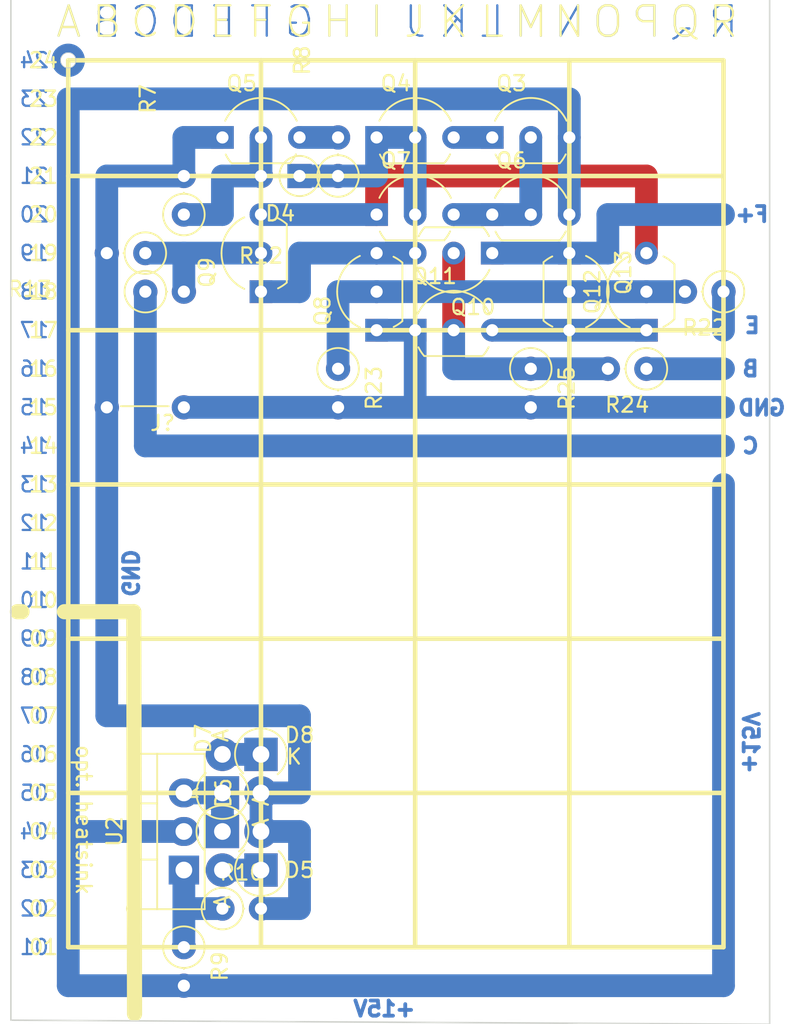
<source format=kicad_pcb>
(kicad_pcb (version 20171130) (host pcbnew 5.1.5)

  (general
    (thickness 1.1)
    (drawings 114)
    (tracks 75)
    (zones 0)
    (modules 28)
    (nets 22)
  )

  (page A4)
  (layers
    (0 F.Cu signal)
    (31 B.Cu signal)
    (36 B.SilkS user hide)
    (37 F.SilkS user hide)
    (40 Dwgs.User user hide)
    (41 Cmts.User user hide)
    (42 Eco1.User user hide)
    (43 Eco2.User user hide)
    (44 Edge.Cuts user hide)
    (45 Margin user hide)
    (46 B.CrtYd user hide)
    (47 F.CrtYd user hide)
    (48 B.Fab user hide)
    (49 F.Fab user)
  )

  (setup
    (last_trace_width 1.5)
    (trace_clearance 0.2)
    (zone_clearance 0.508)
    (zone_45_only no)
    (trace_min 0.2)
    (via_size 0.8)
    (via_drill 0.4)
    (via_min_size 0.4)
    (via_min_drill 0.3)
    (uvia_size 0.3)
    (uvia_drill 0.1)
    (uvias_allowed no)
    (uvia_min_size 0.2)
    (uvia_min_drill 0.1)
    (edge_width 0.05)
    (segment_width 0.2)
    (pcb_text_width 0.3)
    (pcb_text_size 1.5 1.5)
    (mod_edge_width 1)
    (mod_text_size 1 1)
    (mod_text_width 0.15)
    (pad_size 1.6 1.6)
    (pad_drill 0.8)
    (pad_to_mask_clearance 0.051)
    (solder_mask_min_width 0.25)
    (aux_axis_origin 0 0)
    (grid_origin 44.345001 35.605001)
    (visible_elements FFFDFF7F)
    (pcbplotparams
      (layerselection 0x010fc_ffffffff)
      (usegerberextensions false)
      (usegerberattributes false)
      (usegerberadvancedattributes false)
      (creategerberjobfile false)
      (excludeedgelayer true)
      (linewidth 0.100000)
      (plotframeref false)
      (viasonmask false)
      (mode 1)
      (useauxorigin false)
      (hpglpennumber 1)
      (hpglpenspeed 20)
      (hpglpendiameter 15.000000)
      (psnegative false)
      (psa4output false)
      (plotreference true)
      (plotvalue true)
      (plotinvisibletext false)
      (padsonsilk false)
      (subtractmaskfromsilk false)
      (outputformat 1)
      (mirror false)
      (drillshape 1)
      (scaleselection 1)
      (outputdirectory ""))
  )

  (net 0 "")
  (net 1 E)
  (net 2 "Net-(D4-Pad1)")
  (net 3 "Net-(D4-Pad2)")
  (net 4 /fan_control/GND)
  (net 5 B)
  (net 6 "Net-(Q3-Pad2)")
  (net 7 /fan_control/+15V)
  (net 8 "Net-(Q3-Pad1)")
  (net 9 "Net-(Q5-Pad3)")
  (net 10 "Net-(Q12-Pad3)")
  (net 11 /fan_control/multiplier/F+)
  (net 12 "Net-(Q10-Pad3)")
  (net 13 "Net-(Q9-Pad2)")
  (net 14 "Net-(Q11-Pad3)")
  (net 15 C)
  (net 16 "Net-(D5-Pad2)")
  (net 17 "Net-(D5-Pad1)")
  (net 18 "Net-(D7-Pad2)")
  (net 19 "Net-(R10-Pad1)")
  (net 20 "Net-(Q12-Pad2)")
  (net 21 "Net-(Q10-Pad2)")

  (net_class Default "This is the default net class."
    (clearance 0.2)
    (trace_width 1.5)
    (via_dia 0.8)
    (via_drill 0.4)
    (uvia_dia 0.3)
    (uvia_drill 0.1)
    (add_net /fan_control/+15V)
    (add_net /fan_control/GND)
    (add_net /fan_control/multiplier/F+)
    (add_net B)
    (add_net C)
    (add_net E)
    (add_net "Net-(D4-Pad1)")
    (add_net "Net-(D4-Pad2)")
    (add_net "Net-(D5-Pad1)")
    (add_net "Net-(D5-Pad2)")
    (add_net "Net-(D7-Pad2)")
    (add_net "Net-(Q10-Pad2)")
    (add_net "Net-(Q10-Pad3)")
    (add_net "Net-(Q11-Pad3)")
    (add_net "Net-(Q12-Pad2)")
    (add_net "Net-(Q12-Pad3)")
    (add_net "Net-(Q3-Pad1)")
    (add_net "Net-(Q3-Pad2)")
    (add_net "Net-(Q5-Pad3)")
    (add_net "Net-(Q9-Pad2)")
    (add_net "Net-(R10-Pad1)")
  )

  (module 0_power_supply:wire_bridge_5.08 (layer F.Cu) (tedit 5E569A42) (tstamp 5E5758B2)
    (at 51.965001 58.465001 180)
    (descr "Resistor, Axial_DIN0207 series, Axial, Horizontal, pin pitch=15.24mm, 0.25W = 1/4W, length*diameter=6.3*2.5mm^2, http://cdn-reichelt.de/documents/datenblatt/B400/1_4W%23YAG.pdf")
    (tags "Resistor Axial_DIN0207 series Axial Horizontal pin pitch 15.24mm 0.25W = 1/4W length 6.3mm diameter 2.5mm")
    (fp_text reference J? (at 1.40208 -1.03632) (layer F.SilkS)
      (effects (font (size 1 1) (thickness 0.15)))
    )
    (fp_text value "wire bridge" (at 1.31572 1.13792) (layer F.Fab)
      (effects (font (size 0.5 0.5) (thickness 0.125)))
    )
    (fp_line (start 0.975 0.1) (end 4.15 0.1) (layer F.Fab) (width 0.1))
    (fp_line (start 1.00512 0.075) (end 4.15 0.075) (layer F.SilkS) (width 0.12))
    (pad 1 thru_hole circle (at 0 0 180) (size 1.6 1.6) (drill 0.8) (layers *.Cu *.Mask)
      (net 4 /fan_control/GND))
    (pad 2 thru_hole oval (at 5.08 0 180) (size 1.6 1.6) (drill 0.8) (layers *.Cu *.Mask)
      (net 4 /fan_control/GND))
    (model ${CODE3D}/Wire_Bridge_P5.08mm.x3d
      (at (xyz 0 0 0))
      (scale (xyz 0.395 0.395 0.395))
      (rotate (xyz 0 0 0))
    )
  )

  (module Resistor_THT:R_Axial_DIN0207_L6.3mm_D2.5mm_P2.54mm_Vertical (layer F.Cu) (tedit 5AE5139B) (tstamp 5E4F36B8)
    (at 62.125001 43.225001 90)
    (descr "Resistor, Axial_DIN0207 series, Axial, Vertical, pin pitch=2.54mm, 0.25W = 1/4W, length*diameter=6.3*2.5mm^2, http://cdn-reichelt.de/documents/datenblatt/B400/1_4W%23YAG.pdf")
    (tags "Resistor Axial_DIN0207 series Axial Vertical pin pitch 2.54mm 0.25W = 1/4W length 6.3mm diameter 2.5mm")
    (path /5E5C406E/5E719E77/5E71C311)
    (fp_text reference R8 (at 7.62 -2.37 90) (layer F.SilkS)
      (effects (font (size 1 1) (thickness 0.15)))
    )
    (fp_text value 10K (at 7.62 2.37 90) (layer F.Fab)
      (effects (font (size 1 1) (thickness 0.15)))
    )
    (fp_text user %R (at 7.62 0 90) (layer F.Fab)
      (effects (font (size 1 1) (thickness 0.15)))
    )
    (fp_line (start 3.59 -1.5) (end -1.5 -1.5) (layer F.CrtYd) (width 0.05))
    (fp_line (start 3.59 1.5) (end 3.59 -1.5) (layer F.CrtYd) (width 0.05))
    (fp_line (start -1.5 1.5) (end 3.59 1.5) (layer F.CrtYd) (width 0.05))
    (fp_line (start -1.5 -1.5) (end -1.5 1.5) (layer F.CrtYd) (width 0.05))
    (fp_line (start 1.37 0) (end 1.44 0) (layer F.SilkS) (width 0.12))
    (fp_line (start 0 0) (end 2.54 0) (layer F.Fab) (width 0.1))
    (fp_circle (center 0 0) (end 1.37 0) (layer F.SilkS) (width 0.12))
    (fp_circle (center 0 0) (end 1.25 0) (layer F.Fab) (width 0.1))
    (pad 2 thru_hole oval (at 2.54 0 90) (size 1.6 1.6) (drill 0.8) (layers *.Cu *.Mask)
      (net 9 "Net-(Q5-Pad3)"))
    (pad 1 thru_hole circle (at 0 0 90) (size 1.6 1.6) (drill 0.8) (layers *.Cu *.Mask)
      (net 2 "Net-(D4-Pad1)"))
    (model ${KISYS3DMOD}/Resistor_THT.3dshapes/R_Axial_DIN0207_L6.3mm_D2.5mm_P2.54mm_Vertical.wrl
      (at (xyz 0 0 0))
      (scale (xyz 1 1 1))
      (rotate (xyz 0 0 0))
    )
  )

  (module Resistor_THT:R_Axial_DIN0207_L6.3mm_D2.5mm_P2.54mm_Vertical (layer F.Cu) (tedit 5AE5139B) (tstamp 5E4F2309)
    (at 54.505001 91.485001)
    (descr "Resistor, Axial_DIN0207 series, Axial, Vertical, pin pitch=2.54mm, 0.25W = 1/4W, length*diameter=6.3*2.5mm^2, http://cdn-reichelt.de/documents/datenblatt/B400/1_4W%23YAG.pdf")
    (tags "Resistor Axial_DIN0207 series Axial Vertical pin pitch 2.54mm 0.25W = 1/4W length 6.3mm diameter 2.5mm")
    (path /5E52057B)
    (fp_text reference R10 (at 1.27 -2.37) (layer F.SilkS)
      (effects (font (size 1 1) (thickness 0.15)))
    )
    (fp_text value R (at 1.27 2.37) (layer F.Fab)
      (effects (font (size 1 1) (thickness 0.15)))
    )
    (fp_text user %R (at 1.27 -2.37) (layer F.Fab)
      (effects (font (size 1 1) (thickness 0.15)))
    )
    (fp_line (start 3.59 -1.5) (end -1.5 -1.5) (layer F.CrtYd) (width 0.05))
    (fp_line (start 3.59 1.5) (end 3.59 -1.5) (layer F.CrtYd) (width 0.05))
    (fp_line (start -1.5 1.5) (end 3.59 1.5) (layer F.CrtYd) (width 0.05))
    (fp_line (start -1.5 -1.5) (end -1.5 1.5) (layer F.CrtYd) (width 0.05))
    (fp_line (start 1.37 0) (end 1.44 0) (layer F.SilkS) (width 0.12))
    (fp_line (start 0 0) (end 2.54 0) (layer F.Fab) (width 0.1))
    (fp_circle (center 0 0) (end 1.37 0) (layer F.SilkS) (width 0.12))
    (fp_circle (center 0 0) (end 1.25 0) (layer F.Fab) (width 0.1))
    (pad 2 thru_hole oval (at 2.54 0) (size 1.6 1.6) (drill 0.8) (layers *.Cu *.Mask)
      (net 4 /fan_control/GND))
    (pad 1 thru_hole circle (at 0 0) (size 1.6 1.6) (drill 0.8) (layers *.Cu *.Mask)
      (net 19 "Net-(R10-Pad1)"))
    (model ${KISYS3DMOD}/Resistor_THT.3dshapes/R_Axial_DIN0207_L6.3mm_D2.5mm_P2.54mm_Vertical.wrl
      (at (xyz 0 0 0))
      (scale (xyz 1 1 1))
      (rotate (xyz 0 0 0))
    )
  )

  (module Resistor_THT:R_Axial_DIN0207_L6.3mm_D2.5mm_P2.54mm_Vertical (layer F.Cu) (tedit 5AE5139B) (tstamp 5E4F35BF)
    (at 51.965001 94.025001 270)
    (descr "Resistor, Axial_DIN0207 series, Axial, Vertical, pin pitch=2.54mm, 0.25W = 1/4W, length*diameter=6.3*2.5mm^2, http://cdn-reichelt.de/documents/datenblatt/B400/1_4W%23YAG.pdf")
    (tags "Resistor Axial_DIN0207 series Axial Vertical pin pitch 2.54mm 0.25W = 1/4W length 6.3mm diameter 2.5mm")
    (path /5E5209D8)
    (fp_text reference R9 (at 1.27 -2.37 90) (layer F.SilkS)
      (effects (font (size 1 1) (thickness 0.15)))
    )
    (fp_text value R (at 1.27 2.37 90) (layer F.Fab)
      (effects (font (size 1 1) (thickness 0.15)))
    )
    (fp_text user %R (at 1.27 -2.37 90) (layer F.Fab)
      (effects (font (size 1 1) (thickness 0.15)))
    )
    (fp_line (start 3.59 -1.5) (end -1.5 -1.5) (layer F.CrtYd) (width 0.05))
    (fp_line (start 3.59 1.5) (end 3.59 -1.5) (layer F.CrtYd) (width 0.05))
    (fp_line (start -1.5 1.5) (end 3.59 1.5) (layer F.CrtYd) (width 0.05))
    (fp_line (start -1.5 -1.5) (end -1.5 1.5) (layer F.CrtYd) (width 0.05))
    (fp_line (start 1.37 0) (end 1.44 0) (layer F.SilkS) (width 0.12))
    (fp_line (start 0 0) (end 2.54 0) (layer F.Fab) (width 0.1))
    (fp_circle (center 0 0) (end 1.37 0) (layer F.SilkS) (width 0.12))
    (fp_circle (center 0 0) (end 1.25 0) (layer F.Fab) (width 0.1))
    (pad 2 thru_hole oval (at 2.54 0 270) (size 1.6 1.6) (drill 0.8) (layers *.Cu *.Mask)
      (net 7 /fan_control/+15V))
    (pad 1 thru_hole circle (at 0 0 270) (size 1.6 1.6) (drill 0.8) (layers *.Cu *.Mask)
      (net 19 "Net-(R10-Pad1)"))
    (model ${KISYS3DMOD}/Resistor_THT.3dshapes/R_Axial_DIN0207_L6.3mm_D2.5mm_P2.54mm_Vertical.wrl
      (at (xyz 0 0 0))
      (scale (xyz 1 1 1))
      (rotate (xyz 0 0 0))
    )
  )

  (module Package_TO_SOT_THT:TO-92_Inline_Wide (layer F.Cu) (tedit 5A02FF81) (tstamp 5E4F0DC7)
    (at 82.445001 53.385001 90)
    (descr "TO-92 leads in-line, wide, drill 0.75mm (see NXP sot054_po.pdf)")
    (tags "to-92 sc-43 sc-43a sot54 PA33 transistor")
    (path /5E5C406E/5E719E77/5E71C35A)
    (fp_text reference Q12 (at 2.54 -3.56 90) (layer F.SilkS)
      (effects (font (size 1 1) (thickness 0.15)))
    )
    (fp_text value BC557 (at 2.54 2.79 90) (layer F.Fab)
      (effects (font (size 1 1) (thickness 0.15)))
    )
    (fp_arc (start 2.54 0) (end 4.34 1.85) (angle -20) (layer F.SilkS) (width 0.12))
    (fp_arc (start 2.54 0) (end 2.54 -2.48) (angle -135) (layer F.Fab) (width 0.1))
    (fp_arc (start 2.54 0) (end 2.54 -2.48) (angle 135) (layer F.Fab) (width 0.1))
    (fp_arc (start 2.54 0) (end 2.54 -2.6) (angle 65) (layer F.SilkS) (width 0.12))
    (fp_arc (start 2.54 0) (end 2.54 -2.6) (angle -65) (layer F.SilkS) (width 0.12))
    (fp_arc (start 2.54 0) (end 0.74 1.85) (angle 20) (layer F.SilkS) (width 0.12))
    (fp_line (start 6.09 2.01) (end -1.01 2.01) (layer F.CrtYd) (width 0.05))
    (fp_line (start 6.09 2.01) (end 6.09 -2.73) (layer F.CrtYd) (width 0.05))
    (fp_line (start -1.01 -2.73) (end -1.01 2.01) (layer F.CrtYd) (width 0.05))
    (fp_line (start -1.01 -2.73) (end 6.09 -2.73) (layer F.CrtYd) (width 0.05))
    (fp_line (start 0.8 1.75) (end 4.3 1.75) (layer F.Fab) (width 0.1))
    (fp_line (start 0.74 1.85) (end 4.34 1.85) (layer F.SilkS) (width 0.12))
    (fp_text user %R (at 2.54 -3.56 90) (layer F.Fab)
      (effects (font (size 1 1) (thickness 0.15)))
    )
    (pad 1 thru_hole rect (at 0 0 180) (size 1.5 1.5) (drill 0.8) (layers *.Cu *.Mask)
      (net 14 "Net-(Q11-Pad3)"))
    (pad 3 thru_hole circle (at 5.08 0 180) (size 1.5 1.5) (drill 0.8) (layers *.Cu *.Mask)
      (net 10 "Net-(Q12-Pad3)"))
    (pad 2 thru_hole circle (at 2.54 0 180) (size 1.5 1.5) (drill 0.8) (layers *.Cu *.Mask)
      (net 20 "Net-(Q12-Pad2)"))
    (model ${KISYS3DMOD}/Package_TO_SOT_THT.3dshapes/TO-92_Inline_Wide.wrl
      (at (xyz 0 0 0))
      (scale (xyz 1 1 1))
      (rotate (xyz 0 0 0))
    )
  )

  (module Diode_THT:D_DO-41_SOD81_P2.54mm_Vertical_AnodeUp (layer F.Cu) (tedit 5AE50CD5) (tstamp 5E4F3C61)
    (at 54.505001 86.405001 270)
    (descr "Diode, DO-41_SOD81 series, Axial, Vertical, pin pitch=2.54mm, , length*diameter=5.2*2.7mm^2, , http://www.diodes.com/_files/packages/DO-41%20(Plastic).pdf")
    (tags "Diode DO-41_SOD81 series Axial Vertical pin pitch 2.54mm  length 5.2mm diameter 2.7mm")
    (path /5E62A529)
    (fp_text reference D5 (at 2.54 -5.08 180) (layer F.SilkS)
      (effects (font (size 1 1) (thickness 0.15)))
    )
    (fp_text value 1N4007 (at 5.08 2.47 90) (layer F.Fab)
      (effects (font (size 1 1) (thickness 0.15)))
    )
    (fp_text user K (at 0 -2.1 90) (layer F.Fab)
      (effects (font (size 1 1) (thickness 0.15)))
    )
    (fp_arc (start 0 0) (end 1.311153 -1.1) (angle -276.998058) (layer F.SilkS) (width 0.12))
    (fp_circle (center 0 0) (end 1.35 0) (layer F.Fab) (width 0.1))
    (fp_line (start 0 0) (end 2.54 0) (layer F.Fab) (width 0.1))
    (fp_line (start -1.6 -1.6) (end -1.6 1.6) (layer F.CrtYd) (width 0.05))
    (fp_line (start -1.6 1.6) (end 3.89 1.6) (layer F.CrtYd) (width 0.05))
    (fp_line (start 3.89 1.6) (end 3.89 -1.6) (layer F.CrtYd) (width 0.05))
    (fp_line (start 3.89 -1.6) (end -1.6 -1.6) (layer F.CrtYd) (width 0.05))
    (fp_text user %R (at 2.54 -5.08 90) (layer F.Fab)
      (effects (font (size 1 1) (thickness 0.15)))
    )
    (fp_text user A (at 4.64 0 90) (layer F.Fab)
      (effects (font (size 1 1) (thickness 0.15)))
    )
    (fp_text user A (at 4.64 0 90) (layer F.SilkS)
      (effects (font (size 1 1) (thickness 0.15)))
    )
    (pad 1 thru_hole rect (at 0 0 270) (size 2.2 2.2) (drill 1.1) (layers *.Cu *.Mask)
      (net 17 "Net-(D5-Pad1)"))
    (pad 2 thru_hole oval (at 2.54 0 270) (size 2.2 2.2) (drill 1.1) (layers *.Cu *.Mask)
      (net 16 "Net-(D5-Pad2)"))
    (model ${KISYS3DMOD}/Diode_THT.3dshapes/D_DO-41_SOD81_P2.54mm_Vertical_AnodeUp.wrl
      (at (xyz 0 0 0))
      (scale (xyz 1 1 1))
      (rotate (xyz 0 0 0))
    )
  )

  (module Diode_THT:D_DO-41_SOD81_P2.54mm_Vertical_AnodeUp (layer F.Cu) (tedit 5AE50CD5) (tstamp 5E4F2377)
    (at 57.045001 88.945001 90)
    (descr "Diode, DO-41_SOD81 series, Axial, Vertical, pin pitch=2.54mm, , length*diameter=5.2*2.7mm^2, , http://www.diodes.com/_files/packages/DO-41%20(Plastic).pdf")
    (tags "Diode DO-41_SOD81 series Axial Vertical pin pitch 2.54mm  length 5.2mm diameter 2.7mm")
    (path /5E63430D)
    (fp_text reference D6 (at 5.08 -2.47 90) (layer F.SilkS)
      (effects (font (size 1 1) (thickness 0.15)))
    )
    (fp_text value 1N4007 (at 5.08 2.47 90) (layer F.Fab)
      (effects (font (size 1 1) (thickness 0.15)))
    )
    (fp_text user A (at 4.64 0 90) (layer F.SilkS)
      (effects (font (size 1 1) (thickness 0.15)))
    )
    (fp_text user A (at 4.64 0 90) (layer F.Fab)
      (effects (font (size 1 1) (thickness 0.15)))
    )
    (fp_text user %R (at 5.47 0 90) (layer F.Fab)
      (effects (font (size 1 1) (thickness 0.15)))
    )
    (fp_line (start 3.89 -1.6) (end -1.6 -1.6) (layer F.CrtYd) (width 0.05))
    (fp_line (start 3.89 1.6) (end 3.89 -1.6) (layer F.CrtYd) (width 0.05))
    (fp_line (start -1.6 1.6) (end 3.89 1.6) (layer F.CrtYd) (width 0.05))
    (fp_line (start -1.6 -1.6) (end -1.6 1.6) (layer F.CrtYd) (width 0.05))
    (fp_line (start 0 0) (end 2.54 0) (layer F.Fab) (width 0.1))
    (fp_circle (center 0 0) (end 1.35 0) (layer F.Fab) (width 0.1))
    (fp_arc (start 0 0) (end 1.311153 -1.1) (angle -276.998058) (layer F.SilkS) (width 0.12))
    (fp_text user K (at 0 -2.1 90) (layer F.Fab)
      (effects (font (size 1 1) (thickness 0.15)))
    )
    (pad 2 thru_hole oval (at 2.54 0 90) (size 2.2 2.2) (drill 1.1) (layers *.Cu *.Mask)
      (net 4 /fan_control/GND))
    (pad 1 thru_hole rect (at 0 0 90) (size 2.2 2.2) (drill 1.1) (layers *.Cu *.Mask)
      (net 16 "Net-(D5-Pad2)"))
    (model ${KISYS3DMOD}/Diode_THT.3dshapes/D_DO-41_SOD81_P2.54mm_Vertical_AnodeUp.wrl
      (at (xyz 0 0 0))
      (scale (xyz 1 1 1))
      (rotate (xyz 0 0 0))
    )
  )

  (module Diode_THT:D_DO-41_SOD81_P2.54mm_Vertical_AnodeUp (layer F.Cu) (tedit 5AE50CD5) (tstamp 5E4F4134)
    (at 54.505001 83.865001 90)
    (descr "Diode, DO-41_SOD81 series, Axial, Vertical, pin pitch=2.54mm, , length*diameter=5.2*2.7mm^2, , http://www.diodes.com/_files/packages/DO-41%20(Plastic).pdf")
    (tags "Diode DO-41_SOD81 series Axial Vertical pin pitch 2.54mm  length 5.2mm diameter 2.7mm")
    (path /5E62B250)
    (fp_text reference D7 (at 3.5814 -1.27 90) (layer F.SilkS)
      (effects (font (size 1 1) (thickness 0.15)))
    )
    (fp_text value 1N4007 (at 5.08 2.47 90) (layer F.Fab)
      (effects (font (size 1 1) (thickness 0.15)))
    )
    (fp_text user K (at 0 -2.1 90) (layer F.SilkS)
      (effects (font (size 1 1) (thickness 0.15)))
    )
    (fp_arc (start 0 0) (end 1.311153 -1.1) (angle -276.998058) (layer F.SilkS) (width 0.12))
    (fp_circle (center 0 0) (end 1.35 0) (layer F.Fab) (width 0.1))
    (fp_line (start 0 0) (end 2.54 0) (layer F.Fab) (width 0.1))
    (fp_line (start -1.6 -1.6) (end -1.6 1.6) (layer F.CrtYd) (width 0.05))
    (fp_line (start -1.6 1.6) (end 3.89 1.6) (layer F.CrtYd) (width 0.05))
    (fp_line (start 3.89 1.6) (end 3.89 -1.6) (layer F.CrtYd) (width 0.05))
    (fp_line (start 3.89 -1.6) (end -1.6 -1.6) (layer F.CrtYd) (width 0.05))
    (fp_text user %R (at 5.47 0 90) (layer F.Fab)
      (effects (font (size 1 1) (thickness 0.15)))
    )
    (fp_text user A (at 4.64 0 90) (layer F.Fab)
      (effects (font (size 1 1) (thickness 0.15)))
    )
    (fp_text user A (at 3.7846 -0.127 90) (layer F.SilkS)
      (effects (font (size 1 1) (thickness 0.15)))
    )
    (pad 1 thru_hole rect (at 0 0 90) (size 2.2 2.2) (drill 1.1) (layers *.Cu *.Mask)
      (net 17 "Net-(D5-Pad1)"))
    (pad 2 thru_hole oval (at 2.54 0 90) (size 2.2 2.2) (drill 1.1) (layers *.Cu *.Mask)
      (net 18 "Net-(D7-Pad2)"))
    (model ${KISYS3DMOD}/Diode_THT.3dshapes/D_DO-41_SOD81_P2.54mm_Vertical_AnodeUp.wrl
      (at (xyz 0 0 0))
      (scale (xyz 1 1 1))
      (rotate (xyz 0 0 0))
    )
  )

  (module Diode_THT:D_DO-41_SOD81_P2.54mm_Vertical_AnodeUp (layer F.Cu) (tedit 5AE50CD5) (tstamp 5E4F23A7)
    (at 57.045001 81.325001 270)
    (descr "Diode, DO-41_SOD81 series, Axial, Vertical, pin pitch=2.54mm, , length*diameter=5.2*2.7mm^2, , http://www.diodes.com/_files/packages/DO-41%20(Plastic).pdf")
    (tags "Diode DO-41_SOD81 series Axial Vertical pin pitch 2.54mm  length 5.2mm diameter 2.7mm")
    (path /5E64FCD6)
    (fp_text reference D8 (at -1.27 -2.54 180) (layer F.SilkS)
      (effects (font (size 1 1) (thickness 0.15)))
    )
    (fp_text value 1N4007 (at 5.08 2.47 90) (layer F.Fab)
      (effects (font (size 1 1) (thickness 0.15)))
    )
    (fp_text user K (at 0.1524 -2.1844 180) (layer F.SilkS)
      (effects (font (size 1 1) (thickness 0.15)))
    )
    (fp_arc (start 0 0) (end 1.311153 -1.1) (angle -276.998058) (layer F.SilkS) (width 0.12))
    (fp_circle (center 0 0) (end 1.35 0) (layer F.Fab) (width 0.1))
    (fp_line (start 0 0) (end 2.54 0) (layer F.Fab) (width 0.1))
    (fp_line (start -1.6 -1.6) (end -1.6 1.6) (layer F.CrtYd) (width 0.05))
    (fp_line (start -1.6 1.6) (end 3.89 1.6) (layer F.CrtYd) (width 0.05))
    (fp_line (start 3.89 1.6) (end 3.89 -1.6) (layer F.CrtYd) (width 0.05))
    (fp_line (start 3.89 -1.6) (end -1.6 -1.6) (layer F.CrtYd) (width 0.05))
    (fp_text user %R (at 5.47 0 90) (layer F.Fab)
      (effects (font (size 1 1) (thickness 0.15)))
    )
    (fp_text user A (at 4.64 0 90) (layer F.Fab)
      (effects (font (size 1 1) (thickness 0.15)))
    )
    (fp_text user A (at 4.64 0 90) (layer F.SilkS)
      (effects (font (size 1 1) (thickness 0.15)))
    )
    (pad 1 thru_hole rect (at 0 0 270) (size 2.2 2.2) (drill 1.1) (layers *.Cu *.Mask)
      (net 18 "Net-(D7-Pad2)"))
    (pad 2 thru_hole oval (at 2.54 0 270) (size 2.2 2.2) (drill 1.1) (layers *.Cu *.Mask)
      (net 4 /fan_control/GND))
    (model ${KISYS3DMOD}/Diode_THT.3dshapes/D_DO-41_SOD81_P2.54mm_Vertical_AnodeUp.wrl
      (at (xyz 0 0 0))
      (scale (xyz 1 1 1))
      (rotate (xyz 0 0 0))
    )
  )

  (module Resistor_THT:R_Axial_DIN0207_L6.3mm_D2.5mm_P2.54mm_Vertical (layer F.Cu) (tedit 5AE5139B) (tstamp 5E4F359B)
    (at 49.425001 50.845001)
    (descr "Resistor, Axial_DIN0207 series, Axial, Vertical, pin pitch=2.54mm, 0.25W = 1/4W, length*diameter=6.3*2.5mm^2, http://cdn-reichelt.de/documents/datenblatt/B400/1_4W%23YAG.pdf")
    (tags "Resistor Axial_DIN0207 series Axial Vertical pin pitch 2.54mm 0.25W = 1/4W length 6.3mm diameter 2.5mm")
    (path /5E5C406E/5E719E77/5E5C65B9)
    (fp_text reference R12 (at 7.62 -2.37) (layer F.SilkS)
      (effects (font (size 1 1) (thickness 0.15)))
    )
    (fp_text value 150K (at 7.62 2.37) (layer F.Fab)
      (effects (font (size 1 1) (thickness 0.15)))
    )
    (fp_text user %R (at -1.27 -1.27) (layer F.Fab)
      (effects (font (size 1 1) (thickness 0.15)))
    )
    (fp_line (start 3.59 -1.5) (end -1.5 -1.5) (layer F.CrtYd) (width 0.05))
    (fp_line (start 3.59 1.5) (end 3.59 -1.5) (layer F.CrtYd) (width 0.05))
    (fp_line (start -1.5 1.5) (end 3.59 1.5) (layer F.CrtYd) (width 0.05))
    (fp_line (start -1.5 -1.5) (end -1.5 1.5) (layer F.CrtYd) (width 0.05))
    (fp_line (start 1.37 0) (end 1.44 0) (layer F.SilkS) (width 0.12))
    (fp_line (start 0 0) (end 2.54 0) (layer F.Fab) (width 0.1))
    (fp_circle (center 0 0) (end 1.37 0) (layer F.SilkS) (width 0.12))
    (fp_circle (center 0 0) (end 1.25 0) (layer F.Fab) (width 0.1))
    (pad 2 thru_hole oval (at 2.54 0) (size 1.6 1.6) (drill 0.8) (layers *.Cu *.Mask)
      (net 13 "Net-(Q9-Pad2)"))
    (pad 1 thru_hole circle (at 0 0) (size 1.6 1.6) (drill 0.8) (layers *.Cu *.Mask)
      (net 15 C))
    (model ${KISYS3DMOD}/Resistor_THT.3dshapes/R_Axial_DIN0207_L6.3mm_D2.5mm_P2.54mm_Vertical.wrl
      (at (xyz 0 0 0))
      (scale (xyz 1 1 1))
      (rotate (xyz 0 0 0))
    )
  )

  (module Package_TO_SOT_THT:TO-92L_Inline_Wide (layer F.Cu) (tedit 5A11996A) (tstamp 5E4F30EC)
    (at 54.505001 40.685001)
    (descr "TO-92L leads in-line (large body variant of TO-92), also known as TO-226, wide, drill 0.75mm (see https://www.diodes.com/assets/Package-Files/TO92L.pdf and http://www.ti.com/lit/an/snoa059/snoa059.pdf)")
    (tags "TO-92L Inline Wide transistor")
    (path /5E5C406E/5E719E77/5E71C323)
    (fp_text reference Q5 (at 1.27 -3.56) (layer F.SilkS)
      (effects (font (size 1 1) (thickness 0.15)))
    )
    (fp_text value BC557 (at 1.27 2.79) (layer F.Fab)
      (effects (font (size 1 1) (thickness 0.15)))
    )
    (fp_arc (start 2.54 0) (end 4.45 1.7) (angle -15.88591585) (layer F.SilkS) (width 0.12))
    (fp_arc (start 2.54 0) (end 2.54 -2.48) (angle -130.2499344) (layer F.Fab) (width 0.1))
    (fp_arc (start 2.54 0) (end 2.54 -2.48) (angle 129.9527847) (layer F.Fab) (width 0.1))
    (fp_arc (start 2.54 0) (end 2.54 -2.6) (angle 65) (layer F.SilkS) (width 0.12))
    (fp_arc (start 2.54 0) (end 2.54 -2.6) (angle -65) (layer F.SilkS) (width 0.12))
    (fp_arc (start 2.54 0) (end 0.6 1.7) (angle 15.44288892) (layer F.SilkS) (width 0.12))
    (fp_line (start 6.1 1.85) (end -1 1.85) (layer F.CrtYd) (width 0.05))
    (fp_line (start 6.1 1.85) (end 6.1 -2.75) (layer F.CrtYd) (width 0.05))
    (fp_line (start -1 -2.75) (end -1 1.85) (layer F.CrtYd) (width 0.05))
    (fp_line (start -1 -2.75) (end 6.1 -2.75) (layer F.CrtYd) (width 0.05))
    (fp_line (start 0.65 1.6) (end 4.4 1.6) (layer F.Fab) (width 0.1))
    (fp_line (start 0.6 1.7) (end 4.45 1.7) (layer F.SilkS) (width 0.12))
    (pad 1 thru_hole rect (at 0 0 90) (size 1.5 1.5) (drill 0.8) (layers *.Cu *.Mask)
      (net 4 /fan_control/GND))
    (pad 3 thru_hole circle (at 5.08 0 90) (size 1.5 1.5) (drill 0.8) (layers *.Cu *.Mask)
      (net 9 "Net-(Q5-Pad3)"))
    (pad 2 thru_hole circle (at 2.54 0 90) (size 1.5 1.5) (drill 0.8) (layers *.Cu *.Mask)
      (net 3 "Net-(D4-Pad2)"))
    (model ${KISYS3DMOD}/Package_TO_SOT_THT.3dshapes/TO-92L_Inline_Wide.wrl
      (at (xyz 0 0 0))
      (scale (xyz 1 1 1))
      (rotate (xyz 0 0 0))
    )
  )

  (module Package_TO_SOT_THT:TO-92L_Inline_Wide (layer F.Cu) (tedit 5A11996A) (tstamp 5E4F32A3)
    (at 77.365001 48.305001 270)
    (descr "TO-92L leads in-line (large body variant of TO-92), also known as TO-226, wide, drill 0.75mm (see https://www.diodes.com/assets/Package-Files/TO92L.pdf and http://www.ti.com/lit/an/snoa059/snoa059.pdf)")
    (tags "TO-92L Inline Wide transistor")
    (path /5E5C406E/5E719E77/5E71C344)
    (fp_text reference Q13 (at 1.27 -3.56 90) (layer F.SilkS)
      (effects (font (size 1 1) (thickness 0.15)))
    )
    (fp_text value BC557 (at 1.27 2.79 90) (layer F.Fab)
      (effects (font (size 1 1) (thickness 0.15)))
    )
    (fp_arc (start 2.54 0) (end 4.45 1.7) (angle -15.88591585) (layer F.SilkS) (width 0.12))
    (fp_arc (start 2.54 0) (end 2.54 -2.48) (angle -130.2499344) (layer F.Fab) (width 0.1))
    (fp_arc (start 2.54 0) (end 2.54 -2.48) (angle 129.9527847) (layer F.Fab) (width 0.1))
    (fp_arc (start 2.54 0) (end 2.54 -2.6) (angle 65) (layer F.SilkS) (width 0.12))
    (fp_arc (start 2.54 0) (end 2.54 -2.6) (angle -65) (layer F.SilkS) (width 0.12))
    (fp_arc (start 2.54 0) (end 0.6 1.7) (angle 15.44288892) (layer F.SilkS) (width 0.12))
    (fp_line (start 6.1 1.85) (end -1 1.85) (layer F.CrtYd) (width 0.05))
    (fp_line (start 6.1 1.85) (end 6.1 -2.75) (layer F.CrtYd) (width 0.05))
    (fp_line (start -1 -2.75) (end -1 1.85) (layer F.CrtYd) (width 0.05))
    (fp_line (start -1 -2.75) (end 6.1 -2.75) (layer F.CrtYd) (width 0.05))
    (fp_line (start 0.65 1.6) (end 4.4 1.6) (layer F.Fab) (width 0.1))
    (fp_line (start 0.6 1.7) (end 4.45 1.7) (layer F.SilkS) (width 0.12))
    (fp_text user %R (at 1.27 -3.56 90) (layer F.Fab)
      (effects (font (size 1 1) (thickness 0.15)))
    )
    (pad 1 thru_hole rect (at 0 0) (size 1.5 1.5) (drill 0.8) (layers *.Cu *.Mask)
      (net 11 /fan_control/multiplier/F+))
    (pad 3 thru_hole circle (at 5.08 0) (size 1.5 1.5) (drill 0.8) (layers *.Cu *.Mask)
      (net 14 "Net-(Q11-Pad3)"))
    (pad 2 thru_hole circle (at 2.54 0) (size 1.5 1.5) (drill 0.8) (layers *.Cu *.Mask)
      (net 20 "Net-(Q12-Pad2)"))
    (model ${KISYS3DMOD}/Package_TO_SOT_THT.3dshapes/TO-92L_Inline_Wide.wrl
      (at (xyz 0 0 0))
      (scale (xyz 1 1 1))
      (rotate (xyz 0 0 0))
    )
  )

  (module Package_TO_SOT_THT:TO-92L_Inline_Wide (layer F.Cu) (tedit 5A11996A) (tstamp 5E4F362A)
    (at 64.665001 53.385001 90)
    (descr "TO-92L leads in-line (large body variant of TO-92), also known as TO-226, wide, drill 0.75mm (see https://www.diodes.com/assets/Package-Files/TO92L.pdf and http://www.ti.com/lit/an/snoa059/snoa059.pdf)")
    (tags "TO-92L Inline Wide transistor")
    (path /5E5C406E/5E719E77/5E71C34A)
    (fp_text reference Q8 (at 1.27 -3.56 90) (layer F.SilkS)
      (effects (font (size 1 1) (thickness 0.15)))
    )
    (fp_text value BC557 (at 1.27 2.79 90) (layer F.Fab)
      (effects (font (size 1 1) (thickness 0.15)))
    )
    (fp_arc (start 2.54 0) (end 4.45 1.7) (angle -15.88591585) (layer F.SilkS) (width 0.12))
    (fp_arc (start 2.54 0) (end 2.54 -2.48) (angle -130.2499344) (layer F.Fab) (width 0.1))
    (fp_arc (start 2.54 0) (end 2.54 -2.48) (angle 129.9527847) (layer F.Fab) (width 0.1))
    (fp_arc (start 2.54 0) (end 2.54 -2.6) (angle 65) (layer F.SilkS) (width 0.12))
    (fp_arc (start 2.54 0) (end 2.54 -2.6) (angle -65) (layer F.SilkS) (width 0.12))
    (fp_arc (start 2.54 0) (end 0.6 1.7) (angle 15.44288892) (layer F.SilkS) (width 0.12))
    (fp_line (start 6.1 1.85) (end -1 1.85) (layer F.CrtYd) (width 0.05))
    (fp_line (start 6.1 1.85) (end 6.1 -2.75) (layer F.CrtYd) (width 0.05))
    (fp_line (start -1 -2.75) (end -1 1.85) (layer F.CrtYd) (width 0.05))
    (fp_line (start -1 -2.75) (end 6.1 -2.75) (layer F.CrtYd) (width 0.05))
    (fp_line (start 0.65 1.6) (end 4.4 1.6) (layer F.Fab) (width 0.1))
    (fp_line (start 0.6 1.7) (end 4.45 1.7) (layer F.SilkS) (width 0.12))
    (fp_text user %R (at 1.27 -3.56 90) (layer F.Fab)
      (effects (font (size 1 1) (thickness 0.15)))
    )
    (pad 1 thru_hole rect (at 0 0 180) (size 1.5 1.5) (drill 0.8) (layers *.Cu *.Mask)
      (net 4 /fan_control/GND))
    (pad 3 thru_hole circle (at 5.08 0 180) (size 1.5 1.5) (drill 0.8) (layers *.Cu *.Mask)
      (net 12 "Net-(Q10-Pad3)"))
    (pad 2 thru_hole circle (at 2.54 0 180) (size 1.5 1.5) (drill 0.8) (layers *.Cu *.Mask)
      (net 20 "Net-(Q12-Pad2)"))
    (model ${KISYS3DMOD}/Package_TO_SOT_THT.3dshapes/TO-92L_Inline_Wide.wrl
      (at (xyz 0 0 0))
      (scale (xyz 1 1 1))
      (rotate (xyz 0 0 0))
    )
  )

  (module Diode_THT:D_DO-35_SOD27_P2.54mm_Vertical_AnodeUp (layer F.Cu) (tedit 5AE50CD5) (tstamp 5E4F3660)
    (at 59.585001 43.225001 180)
    (descr "Diode, DO-35_SOD27 series, Axial, Vertical, pin pitch=2.54mm, , length*diameter=4*2mm^2, , http://www.diodes.com/_files/packages/DO-35.pdf")
    (tags "Diode DO-35_SOD27 series Axial Vertical pin pitch 2.54mm  length 4mm diameter 2mm")
    (path /5E5C406E/5E719E77/5E71C317)
    (fp_text reference D4 (at 1.27 -2.47) (layer F.SilkS)
      (effects (font (size 1 1) (thickness 0.15)))
    )
    (fp_text value D_Zener (at 1.27 3.359) (layer F.Fab)
      (effects (font (size 1 1) (thickness 0.15)))
    )
    (fp_circle (center 0 0) (end 1 0) (layer F.Fab) (width 0.1))
    (fp_circle (center 0 0) (end 1.326371 0) (layer F.SilkS) (width 0.12))
    (fp_line (start 0 0) (end 2.54 0) (layer F.Fab) (width 0.1))
    (fp_line (start 1.326371 0) (end 1.44 0) (layer F.SilkS) (width 0.12))
    (fp_line (start -1.25 -1.25) (end -1.25 1.25) (layer F.CrtYd) (width 0.05))
    (fp_line (start -1.25 1.25) (end 3.59 1.25) (layer F.CrtYd) (width 0.05))
    (fp_line (start 3.59 1.25) (end 3.59 -1.25) (layer F.CrtYd) (width 0.05))
    (fp_line (start 3.59 -1.25) (end -1.25 -1.25) (layer F.CrtYd) (width 0.05))
    (fp_text user %R (at 1.27 -2.47) (layer F.Fab)
      (effects (font (size 1 1) (thickness 0.15)))
    )
    (fp_text user A (at 4.34 0) (layer F.Fab)
      (effects (font (size 1 1) (thickness 0.15)))
    )
    (fp_text user A (at 4.64 0) (layer F.Fab)
      (effects (font (size 1 1) (thickness 0.15)))
    )
    (pad 1 thru_hole rect (at 0 0 180) (size 1.6 1.6) (drill 0.8) (layers *.Cu *.Mask)
      (net 2 "Net-(D4-Pad1)"))
    (pad 2 thru_hole oval (at 2.54 0 180) (size 1.6 1.6) (drill 0.8) (layers *.Cu *.Mask)
      (net 3 "Net-(D4-Pad2)"))
    (model ${KISYS3DMOD}/Diode_THT.3dshapes/D_DO-35_SOD27_P2.54mm_Vertical_AnodeUp.wrl
      (at (xyz 0 0 0))
      (scale (xyz 1 1 1))
      (rotate (xyz 0 0 0))
    )
  )

  (module Resistor_THT:R_Axial_DIN0207_L6.3mm_D2.5mm_P2.54mm_Vertical (layer F.Cu) (tedit 5AE5139B) (tstamp 5E4F368E)
    (at 51.965001 45.765001 90)
    (descr "Resistor, Axial_DIN0207 series, Axial, Vertical, pin pitch=2.54mm, 0.25W = 1/4W, length*diameter=6.3*2.5mm^2, http://cdn-reichelt.de/documents/datenblatt/B400/1_4W%23YAG.pdf")
    (tags "Resistor Axial_DIN0207 series Axial Vertical pin pitch 2.54mm 0.25W = 1/4W length 6.3mm diameter 2.5mm")
    (path /5E5C406E/5E719E77/5E71C31D)
    (fp_text reference R7 (at 7.62 -2.37 90) (layer F.SilkS)
      (effects (font (size 1 1) (thickness 0.15)))
    )
    (fp_text value 10K (at 7.62 2.37 90) (layer F.Fab)
      (effects (font (size 1 1) (thickness 0.15)))
    )
    (fp_text user %R (at 7.62 0 90) (layer F.Fab)
      (effects (font (size 1 1) (thickness 0.15)))
    )
    (fp_line (start 3.59 -1.5) (end -1.5 -1.5) (layer F.CrtYd) (width 0.05))
    (fp_line (start 3.59 1.5) (end 3.59 -1.5) (layer F.CrtYd) (width 0.05))
    (fp_line (start -1.5 1.5) (end 3.59 1.5) (layer F.CrtYd) (width 0.05))
    (fp_line (start -1.5 -1.5) (end -1.5 1.5) (layer F.CrtYd) (width 0.05))
    (fp_line (start 1.37 0) (end 1.44 0) (layer F.SilkS) (width 0.12))
    (fp_line (start 0 0) (end 2.54 0) (layer F.Fab) (width 0.1))
    (fp_circle (center 0 0) (end 1.37 0) (layer F.SilkS) (width 0.12))
    (fp_circle (center 0 0) (end 1.25 0) (layer F.Fab) (width 0.1))
    (pad 2 thru_hole oval (at 2.54 0 90) (size 1.6 1.6) (drill 0.8) (layers *.Cu *.Mask)
      (net 4 /fan_control/GND))
    (pad 1 thru_hole circle (at 0 0 90) (size 1.6 1.6) (drill 0.8) (layers *.Cu *.Mask)
      (net 3 "Net-(D4-Pad2)"))
    (model ${KISYS3DMOD}/Resistor_THT.3dshapes/R_Axial_DIN0207_L6.3mm_D2.5mm_P2.54mm_Vertical.wrl
      (at (xyz 0 0 0))
      (scale (xyz 1 1 1))
      (rotate (xyz 0 0 0))
    )
  )

  (module Resistor_THT:R_Axial_DIN0207_L6.3mm_D2.5mm_P2.54mm_Vertical (layer F.Cu) (tedit 5AE5139B) (tstamp 5E4F36E2)
    (at 49.425001 48.305001 180)
    (descr "Resistor, Axial_DIN0207 series, Axial, Vertical, pin pitch=2.54mm, 0.25W = 1/4W, length*diameter=6.3*2.5mm^2, http://cdn-reichelt.de/documents/datenblatt/B400/1_4W%23YAG.pdf")
    (tags "Resistor Axial_DIN0207 series Axial Vertical pin pitch 2.54mm 0.25W = 1/4W length 6.3mm diameter 2.5mm")
    (path /5E5C406E/5E719E77/5E5C73F2)
    (fp_text reference R13 (at 7.62 -2.37) (layer F.SilkS)
      (effects (font (size 1 1) (thickness 0.15)))
    )
    (fp_text value 50K (at 7.62 2.37) (layer F.Fab)
      (effects (font (size 1 1) (thickness 0.15)))
    )
    (fp_text user %R (at 8 0) (layer F.Fab)
      (effects (font (size 1 1) (thickness 0.15)))
    )
    (fp_line (start 3.59 -1.5) (end -1.5 -1.5) (layer F.CrtYd) (width 0.05))
    (fp_line (start 3.59 1.5) (end 3.59 -1.5) (layer F.CrtYd) (width 0.05))
    (fp_line (start -1.5 1.5) (end 3.59 1.5) (layer F.CrtYd) (width 0.05))
    (fp_line (start -1.5 -1.5) (end -1.5 1.5) (layer F.CrtYd) (width 0.05))
    (fp_line (start 1.37 0) (end 1.44 0) (layer F.SilkS) (width 0.12))
    (fp_line (start 0 0) (end 2.54 0) (layer F.Fab) (width 0.1))
    (fp_circle (center 0 0) (end 1.37 0) (layer F.SilkS) (width 0.12))
    (fp_circle (center 0 0) (end 1.25 0) (layer F.Fab) (width 0.1))
    (pad 2 thru_hole oval (at 2.54 0 180) (size 1.6 1.6) (drill 0.8) (layers *.Cu *.Mask)
      (net 4 /fan_control/GND))
    (pad 1 thru_hole circle (at 0 0 180) (size 1.6 1.6) (drill 0.8) (layers *.Cu *.Mask)
      (net 13 "Net-(Q9-Pad2)"))
    (model ${KISYS3DMOD}/Resistor_THT.3dshapes/R_Axial_DIN0207_L6.3mm_D2.5mm_P2.54mm_Vertical.wrl
      (at (xyz 0 0 0))
      (scale (xyz 1 1 1))
      (rotate (xyz 0 0 0))
    )
  )

  (module Package_TO_SOT_THT:TO-92L_Inline_Wide (layer F.Cu) (tedit 5A11996A) (tstamp 5E4F3207)
    (at 72.285001 40.685001)
    (descr "TO-92L leads in-line (large body variant of TO-92), also known as TO-226, wide, drill 0.75mm (see https://www.diodes.com/assets/Package-Files/TO92L.pdf and http://www.ti.com/lit/an/snoa059/snoa059.pdf)")
    (tags "TO-92L Inline Wide transistor")
    (path /5E5C406E/5E719E77/5E71C372)
    (fp_text reference Q3 (at 1.27 -3.56) (layer F.SilkS)
      (effects (font (size 1 1) (thickness 0.15)))
    )
    (fp_text value BC557 (at 1.27 2.79) (layer F.Fab)
      (effects (font (size 1 1) (thickness 0.15)))
    )
    (fp_arc (start 2.54 0) (end 4.45 1.7) (angle -15.88591585) (layer F.SilkS) (width 0.12))
    (fp_arc (start 2.54 0) (end 2.54 -2.48) (angle -130.2499344) (layer F.Fab) (width 0.1))
    (fp_arc (start 2.54 0) (end 2.54 -2.48) (angle 129.9527847) (layer F.Fab) (width 0.1))
    (fp_arc (start 2.54 0) (end 2.54 -2.6) (angle 65) (layer F.SilkS) (width 0.12))
    (fp_arc (start 2.54 0) (end 2.54 -2.6) (angle -65) (layer F.SilkS) (width 0.12))
    (fp_arc (start 2.54 0) (end 0.6 1.7) (angle 15.44288892) (layer F.SilkS) (width 0.12))
    (fp_line (start 6.1 1.85) (end -1 1.85) (layer F.CrtYd) (width 0.05))
    (fp_line (start 6.1 1.85) (end 6.1 -2.75) (layer F.CrtYd) (width 0.05))
    (fp_line (start -1 -2.75) (end -1 1.85) (layer F.CrtYd) (width 0.05))
    (fp_line (start -1 -2.75) (end 6.1 -2.75) (layer F.CrtYd) (width 0.05))
    (fp_line (start 0.65 1.6) (end 4.4 1.6) (layer F.Fab) (width 0.1))
    (fp_line (start 0.6 1.7) (end 4.45 1.7) (layer F.SilkS) (width 0.12))
    (fp_text user %R (at 1.27 -3.56) (layer F.Fab)
      (effects (font (size 1 1) (thickness 0.15)))
    )
    (pad 1 thru_hole rect (at 0 0 90) (size 1.5 1.5) (drill 0.8) (layers *.Cu *.Mask)
      (net 8 "Net-(Q3-Pad1)"))
    (pad 3 thru_hole circle (at 5.08 0 90) (size 1.5 1.5) (drill 0.8) (layers *.Cu *.Mask)
      (net 7 /fan_control/+15V))
    (pad 2 thru_hole circle (at 2.54 0 90) (size 1.5 1.5) (drill 0.8) (layers *.Cu *.Mask)
      (net 6 "Net-(Q3-Pad2)"))
    (model ${KISYS3DMOD}/Package_TO_SOT_THT.3dshapes/TO-92L_Inline_Wide.wrl
      (at (xyz 0 0 0))
      (scale (xyz 1 1 1))
      (rotate (xyz 0 0 0))
    )
  )

  (module Package_TO_SOT_THT:TO-92L_Inline_Wide (layer F.Cu) (tedit 5A11996A) (tstamp 5E4F3195)
    (at 64.665001 40.685001)
    (descr "TO-92L leads in-line (large body variant of TO-92), also known as TO-226, wide, drill 0.75mm (see https://www.diodes.com/assets/Package-Files/TO92L.pdf and http://www.ti.com/lit/an/snoa059/snoa059.pdf)")
    (tags "TO-92L Inline Wide transistor")
    (path /5E5C406E/5E719E77/5E71C2E8)
    (fp_text reference Q4 (at 1.27 -3.56) (layer F.SilkS)
      (effects (font (size 1 1) (thickness 0.15)))
    )
    (fp_text value BC557 (at 1.27 2.79) (layer F.Fab)
      (effects (font (size 1 1) (thickness 0.15)))
    )
    (fp_arc (start 2.54 0) (end 4.45 1.7) (angle -15.88591585) (layer F.SilkS) (width 0.12))
    (fp_arc (start 2.54 0) (end 2.54 -2.48) (angle -130.2499344) (layer F.Fab) (width 0.1))
    (fp_arc (start 2.54 0) (end 2.54 -2.48) (angle 129.9527847) (layer F.Fab) (width 0.1))
    (fp_arc (start 2.54 0) (end 2.54 -2.6) (angle 65) (layer F.SilkS) (width 0.12))
    (fp_arc (start 2.54 0) (end 2.54 -2.6) (angle -65) (layer F.SilkS) (width 0.12))
    (fp_arc (start 2.54 0) (end 0.6 1.7) (angle 15.44288892) (layer F.SilkS) (width 0.12))
    (fp_line (start 6.1 1.85) (end -1 1.85) (layer F.CrtYd) (width 0.05))
    (fp_line (start 6.1 1.85) (end 6.1 -2.75) (layer F.CrtYd) (width 0.05))
    (fp_line (start -1 -2.75) (end -1 1.85) (layer F.CrtYd) (width 0.05))
    (fp_line (start -1 -2.75) (end 6.1 -2.75) (layer F.CrtYd) (width 0.05))
    (fp_line (start 0.65 1.6) (end 4.4 1.6) (layer F.Fab) (width 0.1))
    (fp_line (start 0.6 1.7) (end 4.45 1.7) (layer F.SilkS) (width 0.12))
    (fp_text user %R (at 1.27 -3.56) (layer F.Fab)
      (effects (font (size 1 1) (thickness 0.15)))
    )
    (pad 1 thru_hole rect (at 0 0 90) (size 1.5 1.5) (drill 0.8) (layers *.Cu *.Mask)
      (net 2 "Net-(D4-Pad1)"))
    (pad 3 thru_hole circle (at 5.08 0 90) (size 1.5 1.5) (drill 0.8) (layers *.Cu *.Mask)
      (net 8 "Net-(Q3-Pad1)"))
    (pad 2 thru_hole circle (at 2.54 0 90) (size 1.5 1.5) (drill 0.8) (layers *.Cu *.Mask)
      (net 2 "Net-(D4-Pad1)"))
    (model ${KISYS3DMOD}/Package_TO_SOT_THT.3dshapes/TO-92L_Inline_Wide.wrl
      (at (xyz 0 0 0))
      (scale (xyz 1 1 1))
      (rotate (xyz 0 0 0))
    )
  )

  (module Package_TO_SOT_THT:TO-92L_Inline_Wide (layer F.Cu) (tedit 5A11996A) (tstamp 5E4F352B)
    (at 72.285001 48.305001 180)
    (descr "TO-92L leads in-line (large body variant of TO-92), also known as TO-226, wide, drill 0.75mm (see https://www.diodes.com/assets/Package-Files/TO92L.pdf and http://www.ti.com/lit/an/snoa059/snoa059.pdf)")
    (tags "TO-92L Inline Wide transistor")
    (path /5E5C406E/5E719E77/5E71C361)
    (fp_text reference Q10 (at 1.27 -3.56) (layer F.SilkS)
      (effects (font (size 1 1) (thickness 0.15)))
    )
    (fp_text value BC557 (at 1.27 2.79) (layer F.Fab)
      (effects (font (size 1 1) (thickness 0.15)))
    )
    (fp_text user %R (at 1.27 -3.56) (layer F.Fab)
      (effects (font (size 1 1) (thickness 0.15)))
    )
    (fp_line (start 0.6 1.7) (end 4.45 1.7) (layer F.SilkS) (width 0.12))
    (fp_line (start 0.65 1.6) (end 4.4 1.6) (layer F.Fab) (width 0.1))
    (fp_line (start -1 -2.75) (end 6.1 -2.75) (layer F.CrtYd) (width 0.05))
    (fp_line (start -1 -2.75) (end -1 1.85) (layer F.CrtYd) (width 0.05))
    (fp_line (start 6.1 1.85) (end 6.1 -2.75) (layer F.CrtYd) (width 0.05))
    (fp_line (start 6.1 1.85) (end -1 1.85) (layer F.CrtYd) (width 0.05))
    (fp_arc (start 2.54 0) (end 0.6 1.7) (angle 15.44288892) (layer F.SilkS) (width 0.12))
    (fp_arc (start 2.54 0) (end 2.54 -2.6) (angle -65) (layer F.SilkS) (width 0.12))
    (fp_arc (start 2.54 0) (end 2.54 -2.6) (angle 65) (layer F.SilkS) (width 0.12))
    (fp_arc (start 2.54 0) (end 2.54 -2.48) (angle 129.9527847) (layer F.Fab) (width 0.1))
    (fp_arc (start 2.54 0) (end 2.54 -2.48) (angle -130.2499344) (layer F.Fab) (width 0.1))
    (fp_arc (start 2.54 0) (end 4.45 1.7) (angle -15.88591585) (layer F.SilkS) (width 0.12))
    (pad 2 thru_hole circle (at 2.54 0 270) (size 1.5 1.5) (drill 0.8) (layers *.Cu *.Mask)
      (net 21 "Net-(Q10-Pad2)"))
    (pad 3 thru_hole circle (at 5.08 0 270) (size 1.5 1.5) (drill 0.8) (layers *.Cu *.Mask)
      (net 12 "Net-(Q10-Pad3)"))
    (pad 1 thru_hole rect (at 0 0 270) (size 1.5 1.5) (drill 0.8) (layers *.Cu *.Mask)
      (net 11 /fan_control/multiplier/F+))
    (model ${KISYS3DMOD}/Package_TO_SOT_THT.3dshapes/TO-92L_Inline_Wide.wrl
      (at (xyz 0 0 0))
      (scale (xyz 1 1 1))
      (rotate (xyz 0 0 0))
    )
  )

  (module Package_TO_SOT_THT:TO-92L_Inline_Wide (layer F.Cu) (tedit 5A11996A) (tstamp 5E4F34B9)
    (at 72.285001 45.765001)
    (descr "TO-92L leads in-line (large body variant of TO-92), also known as TO-226, wide, drill 0.75mm (see https://www.diodes.com/assets/Package-Files/TO92L.pdf and http://www.ti.com/lit/an/snoa059/snoa059.pdf)")
    (tags "TO-92L Inline Wide transistor")
    (path /5E5C406E/5E719E77/5E71C378)
    (fp_text reference Q6 (at 1.27 -3.56) (layer F.SilkS)
      (effects (font (size 1 1) (thickness 0.15)))
    )
    (fp_text value BC557 (at 1.27 2.79) (layer F.Fab)
      (effects (font (size 1 1) (thickness 0.15)))
    )
    (fp_arc (start 2.54 0) (end 4.45 1.7) (angle -15.88591585) (layer F.SilkS) (width 0.12))
    (fp_arc (start 2.54 0) (end 2.54 -2.48) (angle -130.2499344) (layer F.Fab) (width 0.1))
    (fp_arc (start 2.54 0) (end 2.54 -2.48) (angle 129.9527847) (layer F.Fab) (width 0.1))
    (fp_arc (start 2.54 0) (end 2.54 -2.6) (angle 65) (layer F.SilkS) (width 0.12))
    (fp_arc (start 2.54 0) (end 2.54 -2.6) (angle -65) (layer F.SilkS) (width 0.12))
    (fp_arc (start 2.54 0) (end 0.6 1.7) (angle 15.44288892) (layer F.SilkS) (width 0.12))
    (fp_line (start 6.1 1.85) (end -1 1.85) (layer F.CrtYd) (width 0.05))
    (fp_line (start 6.1 1.85) (end 6.1 -2.75) (layer F.CrtYd) (width 0.05))
    (fp_line (start -1 -2.75) (end -1 1.85) (layer F.CrtYd) (width 0.05))
    (fp_line (start -1 -2.75) (end 6.1 -2.75) (layer F.CrtYd) (width 0.05))
    (fp_line (start 0.65 1.6) (end 4.4 1.6) (layer F.Fab) (width 0.1))
    (fp_line (start 0.6 1.7) (end 4.45 1.7) (layer F.SilkS) (width 0.12))
    (fp_text user %R (at 1.27 -3.56) (layer F.Fab)
      (effects (font (size 1 1) (thickness 0.15)))
    )
    (pad 1 thru_hole rect (at 0 0 90) (size 1.5 1.5) (drill 0.8) (layers *.Cu *.Mask)
      (net 6 "Net-(Q3-Pad2)"))
    (pad 3 thru_hole circle (at 5.08 0 90) (size 1.5 1.5) (drill 0.8) (layers *.Cu *.Mask)
      (net 7 /fan_control/+15V))
    (pad 2 thru_hole circle (at 2.54 0 90) (size 1.5 1.5) (drill 0.8) (layers *.Cu *.Mask)
      (net 6 "Net-(Q3-Pad2)"))
    (model ${KISYS3DMOD}/Package_TO_SOT_THT.3dshapes/TO-92L_Inline_Wide.wrl
      (at (xyz 0 0 0))
      (scale (xyz 1 1 1))
      (rotate (xyz 0 0 0))
    )
  )

  (module Package_TO_SOT_THT:TO-92L_Inline_Wide (layer F.Cu) (tedit 5A11996A) (tstamp 5E4F34F2)
    (at 64.665001 45.765001)
    (descr "TO-92L leads in-line (large body variant of TO-92), also known as TO-226, wide, drill 0.75mm (see https://www.diodes.com/assets/Package-Files/TO92L.pdf and http://www.ti.com/lit/an/snoa059/snoa059.pdf)")
    (tags "TO-92L Inline Wide transistor")
    (path /5E5C406E/5E719E77/5E71C2EE)
    (fp_text reference Q7 (at 1.27 -3.56) (layer F.SilkS)
      (effects (font (size 1 1) (thickness 0.15)))
    )
    (fp_text value BC557 (at 1.27 2.79) (layer F.Fab)
      (effects (font (size 1 1) (thickness 0.15)))
    )
    (fp_arc (start 2.54 0) (end 4.45 1.7) (angle -15.88591585) (layer F.SilkS) (width 0.12))
    (fp_arc (start 2.54 0) (end 2.54 -2.48) (angle -130.2499344) (layer F.Fab) (width 0.1))
    (fp_arc (start 2.54 0) (end 2.54 -2.48) (angle 129.9527847) (layer F.Fab) (width 0.1))
    (fp_arc (start 2.54 0) (end 2.54 -2.6) (angle 65) (layer F.SilkS) (width 0.12))
    (fp_arc (start 2.54 0) (end 2.54 -2.6) (angle -65) (layer F.SilkS) (width 0.12))
    (fp_arc (start 2.54 0) (end 0.6 1.7) (angle 15.44288892) (layer F.SilkS) (width 0.12))
    (fp_line (start 6.1 1.85) (end -1 1.85) (layer F.CrtYd) (width 0.05))
    (fp_line (start 6.1 1.85) (end 6.1 -2.75) (layer F.CrtYd) (width 0.05))
    (fp_line (start -1 -2.75) (end -1 1.85) (layer F.CrtYd) (width 0.05))
    (fp_line (start -1 -2.75) (end 6.1 -2.75) (layer F.CrtYd) (width 0.05))
    (fp_line (start 0.65 1.6) (end 4.4 1.6) (layer F.Fab) (width 0.1))
    (fp_line (start 0.6 1.7) (end 4.45 1.7) (layer F.SilkS) (width 0.12))
    (fp_text user %R (at 1.27 -3.56) (layer F.Fab)
      (effects (font (size 1 1) (thickness 0.15)))
    )
    (pad 1 thru_hole rect (at 0 0 90) (size 1.5 1.5) (drill 0.8) (layers *.Cu *.Mask)
      (net 10 "Net-(Q12-Pad3)"))
    (pad 3 thru_hole circle (at 5.08 0 90) (size 1.5 1.5) (drill 0.8) (layers *.Cu *.Mask)
      (net 6 "Net-(Q3-Pad2)"))
    (pad 2 thru_hole circle (at 2.54 0 90) (size 1.5 1.5) (drill 0.8) (layers *.Cu *.Mask)
      (net 2 "Net-(D4-Pad1)"))
    (model ${KISYS3DMOD}/Package_TO_SOT_THT.3dshapes/TO-92L_Inline_Wide.wrl
      (at (xyz 0 0 0))
      (scale (xyz 1 1 1))
      (rotate (xyz 0 0 0))
    )
  )

  (module Package_TO_SOT_THT:TO-92L_Inline_Wide (layer F.Cu) (tedit 5A11996A) (tstamp 5E4F3564)
    (at 57.045001 50.845001 90)
    (descr "TO-92L leads in-line (large body variant of TO-92), also known as TO-226, wide, drill 0.75mm (see https://www.diodes.com/assets/Package-Files/TO92L.pdf and http://www.ti.com/lit/an/snoa059/snoa059.pdf)")
    (tags "TO-92L Inline Wide transistor")
    (path /5E5C406E/5E719E77/5E71C351)
    (fp_text reference Q9 (at 1.27 -3.56 90) (layer F.SilkS)
      (effects (font (size 1 1) (thickness 0.15)))
    )
    (fp_text value BC557 (at 1.27 2.79 90) (layer F.Fab)
      (effects (font (size 1 1) (thickness 0.15)))
    )
    (fp_arc (start 2.54 0) (end 4.45 1.7) (angle -15.88591585) (layer F.SilkS) (width 0.12))
    (fp_arc (start 2.54 0) (end 2.54 -2.48) (angle -130.2499344) (layer F.Fab) (width 0.1))
    (fp_arc (start 2.54 0) (end 2.54 -2.48) (angle 129.9527847) (layer F.Fab) (width 0.1))
    (fp_arc (start 2.54 0) (end 2.54 -2.6) (angle 65) (layer F.SilkS) (width 0.12))
    (fp_arc (start 2.54 0) (end 2.54 -2.6) (angle -65) (layer F.SilkS) (width 0.12))
    (fp_arc (start 2.54 0) (end 0.6 1.7) (angle 15.44288892) (layer F.SilkS) (width 0.12))
    (fp_line (start 6.1 1.85) (end -1 1.85) (layer F.CrtYd) (width 0.05))
    (fp_line (start 6.1 1.85) (end 6.1 -2.75) (layer F.CrtYd) (width 0.05))
    (fp_line (start -1 -2.75) (end -1 1.85) (layer F.CrtYd) (width 0.05))
    (fp_line (start -1 -2.75) (end 6.1 -2.75) (layer F.CrtYd) (width 0.05))
    (fp_line (start 0.65 1.6) (end 4.4 1.6) (layer F.Fab) (width 0.1))
    (fp_line (start 0.6 1.7) (end 4.45 1.7) (layer F.SilkS) (width 0.12))
    (fp_text user %R (at 1.27 -3.56 90) (layer F.Fab)
      (effects (font (size 1 1) (thickness 0.15)))
    )
    (pad 1 thru_hole rect (at 0 0 180) (size 1.5 1.5) (drill 0.8) (layers *.Cu *.Mask)
      (net 12 "Net-(Q10-Pad3)"))
    (pad 3 thru_hole circle (at 5.08 0 180) (size 1.5 1.5) (drill 0.8) (layers *.Cu *.Mask)
      (net 10 "Net-(Q12-Pad3)"))
    (pad 2 thru_hole circle (at 2.54 0 180) (size 1.5 1.5) (drill 0.8) (layers *.Cu *.Mask)
      (net 13 "Net-(Q9-Pad2)"))
    (model ${KISYS3DMOD}/Package_TO_SOT_THT.3dshapes/TO-92L_Inline_Wide.wrl
      (at (xyz 0 0 0))
      (scale (xyz 1 1 1))
      (rotate (xyz 0 0 0))
    )
  )

  (module Package_TO_SOT_THT:TO-92L_Inline_Wide (layer F.Cu) (tedit 5A11996A) (tstamp 5E4F35DC)
    (at 67.205001 53.385001)
    (descr "TO-92L leads in-line (large body variant of TO-92), also known as TO-226, wide, drill 0.75mm (see https://www.diodes.com/assets/Package-Files/TO92L.pdf and http://www.ti.com/lit/an/snoa059/snoa059.pdf)")
    (tags "TO-92L Inline Wide transistor")
    (path /5E5C406E/5E719E77/5E71C36A)
    (fp_text reference Q11 (at 1.27 -3.56) (layer F.SilkS)
      (effects (font (size 1 1) (thickness 0.15)))
    )
    (fp_text value BC557 (at 1.27 2.79) (layer F.Fab)
      (effects (font (size 1 1) (thickness 0.15)))
    )
    (fp_arc (start 2.54 0) (end 4.45 1.7) (angle -15.88591585) (layer F.SilkS) (width 0.12))
    (fp_arc (start 2.54 0) (end 2.54 -2.48) (angle -130.2499344) (layer F.Fab) (width 0.1))
    (fp_arc (start 2.54 0) (end 2.54 -2.48) (angle 129.9527847) (layer F.Fab) (width 0.1))
    (fp_arc (start 2.54 0) (end 2.54 -2.6) (angle 65) (layer F.SilkS) (width 0.12))
    (fp_arc (start 2.54 0) (end 2.54 -2.6) (angle -65) (layer F.SilkS) (width 0.12))
    (fp_arc (start 2.54 0) (end 0.6 1.7) (angle 15.44288892) (layer F.SilkS) (width 0.12))
    (fp_line (start 6.1 1.85) (end -1 1.85) (layer F.CrtYd) (width 0.05))
    (fp_line (start 6.1 1.85) (end 6.1 -2.75) (layer F.CrtYd) (width 0.05))
    (fp_line (start -1 -2.75) (end -1 1.85) (layer F.CrtYd) (width 0.05))
    (fp_line (start -1 -2.75) (end 6.1 -2.75) (layer F.CrtYd) (width 0.05))
    (fp_line (start 0.65 1.6) (end 4.4 1.6) (layer F.Fab) (width 0.1))
    (fp_line (start 0.6 1.7) (end 4.45 1.7) (layer F.SilkS) (width 0.12))
    (fp_text user %R (at 1.27 -3.56) (layer F.Fab)
      (effects (font (size 1 1) (thickness 0.15)))
    )
    (pad 1 thru_hole rect (at 0 0 90) (size 1.5 1.5) (drill 0.8) (layers *.Cu *.Mask)
      (net 4 /fan_control/GND))
    (pad 3 thru_hole circle (at 5.08 0 90) (size 1.5 1.5) (drill 0.8) (layers *.Cu *.Mask)
      (net 14 "Net-(Q11-Pad3)"))
    (pad 2 thru_hole circle (at 2.54 0 90) (size 1.5 1.5) (drill 0.8) (layers *.Cu *.Mask)
      (net 21 "Net-(Q10-Pad2)"))
    (model ${KISYS3DMOD}/Package_TO_SOT_THT.3dshapes/TO-92L_Inline_Wide.wrl
      (at (xyz 0 0 0))
      (scale (xyz 1 1 1))
      (rotate (xyz 0 0 0))
    )
  )

  (module Package_TO_SOT_THT:TO-220-3_Vertical (layer F.Cu) (tedit 5AC8BA0D) (tstamp 5E4F2419)
    (at 51.965001 88.945001 90)
    (descr "TO-220-3, Vertical, RM 2.54mm, see https://www.vishay.com/docs/66542/to-220-1.pdf")
    (tags "TO-220-3 Vertical RM 2.54mm")
    (path /5E51FF6A)
    (fp_text reference U2 (at 2.54 -4.572 90) (layer F.SilkS)
      (effects (font (size 1 1) (thickness 0.15)))
    )
    (fp_text value LM317_3PinPackage (at 2.54 2.5 90) (layer F.Fab)
      (effects (font (size 1 1) (thickness 0.15)))
    )
    (fp_line (start -2.46 -3.15) (end -2.46 1.25) (layer F.Fab) (width 0.1))
    (fp_line (start -2.46 1.25) (end 7.54 1.25) (layer F.Fab) (width 0.1))
    (fp_line (start 7.54 1.25) (end 7.54 -3.15) (layer F.Fab) (width 0.1))
    (fp_line (start 7.54 -3.15) (end -2.46 -3.15) (layer F.Fab) (width 0.1))
    (fp_line (start -2.46 -1.88) (end 7.54 -1.88) (layer F.Fab) (width 0.1))
    (fp_line (start 0.69 -3.15) (end 0.69 -1.88) (layer F.Fab) (width 0.1))
    (fp_line (start 4.39 -3.15) (end 4.39 -1.88) (layer F.Fab) (width 0.1))
    (fp_line (start -2.58 -3.27) (end 7.66 -3.27) (layer F.SilkS) (width 0.12))
    (fp_line (start -2.58 1.371) (end 7.66 1.371) (layer F.SilkS) (width 0.12))
    (fp_line (start -2.58 -3.27) (end -2.58 1.371) (layer F.SilkS) (width 0.12))
    (fp_line (start 7.66 -3.27) (end 7.66 1.371) (layer F.SilkS) (width 0.12))
    (fp_line (start -2.58 -1.76) (end 7.66 -1.76) (layer F.SilkS) (width 0.12))
    (fp_line (start 0.69 -3.27) (end 0.69 -1.76) (layer F.SilkS) (width 0.12))
    (fp_line (start 4.391 -3.27) (end 4.391 -1.76) (layer F.SilkS) (width 0.12))
    (fp_line (start -2.71 -3.4) (end -2.71 1.51) (layer F.CrtYd) (width 0.05))
    (fp_line (start -2.71 1.51) (end 7.79 1.51) (layer F.CrtYd) (width 0.05))
    (fp_line (start 7.79 1.51) (end 7.79 -3.4) (layer F.CrtYd) (width 0.05))
    (fp_line (start 7.79 -3.4) (end -2.71 -3.4) (layer F.CrtYd) (width 0.05))
    (fp_text user %R (at 2.54 -4.27 90) (layer F.Fab)
      (effects (font (size 1 1) (thickness 0.15)))
    )
    (pad 1 thru_hole rect (at 0 0 90) (size 1.905 2) (drill 1.1) (layers *.Cu *.Mask)
      (net 19 "Net-(R10-Pad1)"))
    (pad 2 thru_hole oval (at 2.54 0 90) (size 1.905 2) (drill 1.1) (layers *.Cu *.Mask)
      (net 7 /fan_control/+15V))
    (pad 3 thru_hole oval (at 5.08 0 90) (size 1.905 2) (drill 1.1) (layers *.Cu *.Mask)
      (net 17 "Net-(D5-Pad1)"))
    (model ${KISYS3DMOD}/Package_TO_SOT_THT.3dshapes/TO-220-3_Vertical.wrl
      (at (xyz 0 0 0))
      (scale (xyz 1 1 1))
      (rotate (xyz 0 0 0))
    )
  )

  (module Resistor_THT:R_Axial_DIN0207_L6.3mm_D2.5mm_P2.54mm_Vertical (layer F.Cu) (tedit 5AE5139B) (tstamp 5E5665C9)
    (at 87.525001 50.845001 180)
    (descr "Resistor, Axial_DIN0207 series, Axial, Vertical, pin pitch=2.54mm, 0.25W = 1/4W, length*diameter=6.3*2.5mm^2, http://cdn-reichelt.de/documents/datenblatt/B400/1_4W%23YAG.pdf")
    (tags "Resistor Axial_DIN0207 series Axial Vertical pin pitch 2.54mm 0.25W = 1/4W length 6.3mm diameter 2.5mm")
    (path /5E5C406E/5E719E77/5E56DDF1)
    (fp_text reference R22 (at 1.27 -2.37) (layer F.SilkS)
      (effects (font (size 1 1) (thickness 0.15)))
    )
    (fp_text value 150K (at 1.27 2.37) (layer F.Fab)
      (effects (font (size 1 1) (thickness 0.15)))
    )
    (fp_text user %R (at 1.27 -2.37) (layer F.Fab)
      (effects (font (size 1 1) (thickness 0.15)))
    )
    (fp_line (start 3.59 -1.5) (end -1.5 -1.5) (layer F.CrtYd) (width 0.05))
    (fp_line (start 3.59 1.5) (end 3.59 -1.5) (layer F.CrtYd) (width 0.05))
    (fp_line (start -1.5 1.5) (end 3.59 1.5) (layer F.CrtYd) (width 0.05))
    (fp_line (start -1.5 -1.5) (end -1.5 1.5) (layer F.CrtYd) (width 0.05))
    (fp_line (start 1.37 0) (end 1.44 0) (layer F.SilkS) (width 0.12))
    (fp_line (start 0 0) (end 2.54 0) (layer F.Fab) (width 0.1))
    (fp_circle (center 0 0) (end 1.37 0) (layer F.SilkS) (width 0.12))
    (fp_circle (center 0 0) (end 1.25 0) (layer F.Fab) (width 0.1))
    (pad 2 thru_hole oval (at 2.54 0 180) (size 1.6 1.6) (drill 0.8) (layers *.Cu *.Mask)
      (net 20 "Net-(Q12-Pad2)"))
    (pad 1 thru_hole circle (at 0 0 180) (size 1.6 1.6) (drill 0.8) (layers *.Cu *.Mask)
      (net 1 E))
    (model ${KISYS3DMOD}/Resistor_THT.3dshapes/R_Axial_DIN0207_L6.3mm_D2.5mm_P2.54mm_Vertical.wrl
      (at (xyz 0 0 0))
      (scale (xyz 1 1 1))
      (rotate (xyz 0 0 0))
    )
  )

  (module Resistor_THT:R_Axial_DIN0207_L6.3mm_D2.5mm_P2.54mm_Vertical (layer F.Cu) (tedit 5AE5139B) (tstamp 5E5665D8)
    (at 62.125001 55.925001 270)
    (descr "Resistor, Axial_DIN0207 series, Axial, Vertical, pin pitch=2.54mm, 0.25W = 1/4W, length*diameter=6.3*2.5mm^2, http://cdn-reichelt.de/documents/datenblatt/B400/1_4W%23YAG.pdf")
    (tags "Resistor Axial_DIN0207 series Axial Vertical pin pitch 2.54mm 0.25W = 1/4W length 6.3mm diameter 2.5mm")
    (path /5E5C406E/5E719E77/5E56DDF7)
    (fp_text reference R23 (at 1.27 -2.37 90) (layer F.SilkS)
      (effects (font (size 1 1) (thickness 0.15)))
    )
    (fp_text value 50K (at 1.27 2.37 90) (layer F.Fab)
      (effects (font (size 1 1) (thickness 0.15)))
    )
    (fp_circle (center 0 0) (end 1.25 0) (layer F.Fab) (width 0.1))
    (fp_circle (center 0 0) (end 1.37 0) (layer F.SilkS) (width 0.12))
    (fp_line (start 0 0) (end 2.54 0) (layer F.Fab) (width 0.1))
    (fp_line (start 1.37 0) (end 1.44 0) (layer F.SilkS) (width 0.12))
    (fp_line (start -1.5 -1.5) (end -1.5 1.5) (layer F.CrtYd) (width 0.05))
    (fp_line (start -1.5 1.5) (end 3.59 1.5) (layer F.CrtYd) (width 0.05))
    (fp_line (start 3.59 1.5) (end 3.59 -1.5) (layer F.CrtYd) (width 0.05))
    (fp_line (start 3.59 -1.5) (end -1.5 -1.5) (layer F.CrtYd) (width 0.05))
    (fp_text user %R (at 1.27 -2.37 90) (layer F.Fab)
      (effects (font (size 1 1) (thickness 0.15)))
    )
    (pad 1 thru_hole circle (at 0 0 270) (size 1.6 1.6) (drill 0.8) (layers *.Cu *.Mask)
      (net 20 "Net-(Q12-Pad2)"))
    (pad 2 thru_hole oval (at 2.54 0 270) (size 1.6 1.6) (drill 0.8) (layers *.Cu *.Mask)
      (net 4 /fan_control/GND))
    (model ${KISYS3DMOD}/Resistor_THT.3dshapes/R_Axial_DIN0207_L6.3mm_D2.5mm_P2.54mm_Vertical.wrl
      (at (xyz 0 0 0))
      (scale (xyz 1 1 1))
      (rotate (xyz 0 0 0))
    )
  )

  (module Resistor_THT:R_Axial_DIN0207_L6.3mm_D2.5mm_P2.54mm_Vertical (layer F.Cu) (tedit 5AE5139B) (tstamp 5E5665E7)
    (at 82.445001 55.925001 180)
    (descr "Resistor, Axial_DIN0207 series, Axial, Vertical, pin pitch=2.54mm, 0.25W = 1/4W, length*diameter=6.3*2.5mm^2, http://cdn-reichelt.de/documents/datenblatt/B400/1_4W%23YAG.pdf")
    (tags "Resistor Axial_DIN0207 series Axial Vertical pin pitch 2.54mm 0.25W = 1/4W length 6.3mm diameter 2.5mm")
    (path /5E5C406E/5E719E77/5E569284)
    (fp_text reference R24 (at 1.27 -2.37) (layer F.SilkS)
      (effects (font (size 1 1) (thickness 0.15)))
    )
    (fp_text value 150K (at 1.27 2.37) (layer F.Fab)
      (effects (font (size 1 1) (thickness 0.15)))
    )
    (fp_circle (center 0 0) (end 1.25 0) (layer F.Fab) (width 0.1))
    (fp_circle (center 0 0) (end 1.37 0) (layer F.SilkS) (width 0.12))
    (fp_line (start 0 0) (end 2.54 0) (layer F.Fab) (width 0.1))
    (fp_line (start 1.37 0) (end 1.44 0) (layer F.SilkS) (width 0.12))
    (fp_line (start -1.5 -1.5) (end -1.5 1.5) (layer F.CrtYd) (width 0.05))
    (fp_line (start -1.5 1.5) (end 3.59 1.5) (layer F.CrtYd) (width 0.05))
    (fp_line (start 3.59 1.5) (end 3.59 -1.5) (layer F.CrtYd) (width 0.05))
    (fp_line (start 3.59 -1.5) (end -1.5 -1.5) (layer F.CrtYd) (width 0.05))
    (fp_text user %R (at 1.27 -2.37) (layer F.Fab)
      (effects (font (size 1 1) (thickness 0.15)))
    )
    (pad 1 thru_hole circle (at 0 0 180) (size 1.6 1.6) (drill 0.8) (layers *.Cu *.Mask)
      (net 5 B))
    (pad 2 thru_hole oval (at 2.54 0 180) (size 1.6 1.6) (drill 0.8) (layers *.Cu *.Mask)
      (net 21 "Net-(Q10-Pad2)"))
    (model ${KISYS3DMOD}/Resistor_THT.3dshapes/R_Axial_DIN0207_L6.3mm_D2.5mm_P2.54mm_Vertical.wrl
      (at (xyz 0 0 0))
      (scale (xyz 1 1 1))
      (rotate (xyz 0 0 0))
    )
  )

  (module Resistor_THT:R_Axial_DIN0207_L6.3mm_D2.5mm_P2.54mm_Vertical (layer F.Cu) (tedit 5AE5139B) (tstamp 5E5665F6)
    (at 74.825001 55.925001 270)
    (descr "Resistor, Axial_DIN0207 series, Axial, Vertical, pin pitch=2.54mm, 0.25W = 1/4W, length*diameter=6.3*2.5mm^2, http://cdn-reichelt.de/documents/datenblatt/B400/1_4W%23YAG.pdf")
    (tags "Resistor Axial_DIN0207 series Axial Vertical pin pitch 2.54mm 0.25W = 1/4W length 6.3mm diameter 2.5mm")
    (path /5E5C406E/5E719E77/5E56928A)
    (fp_text reference R25 (at 1.27 -2.37 90) (layer F.SilkS)
      (effects (font (size 1 1) (thickness 0.15)))
    )
    (fp_text value 50K (at 1.27 2.37 90) (layer F.Fab)
      (effects (font (size 1 1) (thickness 0.15)))
    )
    (fp_text user %R (at 1.27 -2.37 90) (layer F.Fab)
      (effects (font (size 1 1) (thickness 0.15)))
    )
    (fp_line (start 3.59 -1.5) (end -1.5 -1.5) (layer F.CrtYd) (width 0.05))
    (fp_line (start 3.59 1.5) (end 3.59 -1.5) (layer F.CrtYd) (width 0.05))
    (fp_line (start -1.5 1.5) (end 3.59 1.5) (layer F.CrtYd) (width 0.05))
    (fp_line (start -1.5 -1.5) (end -1.5 1.5) (layer F.CrtYd) (width 0.05))
    (fp_line (start 1.37 0) (end 1.44 0) (layer F.SilkS) (width 0.12))
    (fp_line (start 0 0) (end 2.54 0) (layer F.Fab) (width 0.1))
    (fp_circle (center 0 0) (end 1.37 0) (layer F.SilkS) (width 0.12))
    (fp_circle (center 0 0) (end 1.25 0) (layer F.Fab) (width 0.1))
    (pad 2 thru_hole oval (at 2.54 0 270) (size 1.6 1.6) (drill 0.8) (layers *.Cu *.Mask)
      (net 4 /fan_control/GND))
    (pad 1 thru_hole circle (at 0 0 270) (size 1.6 1.6) (drill 0.8) (layers *.Cu *.Mask)
      (net 21 "Net-(Q10-Pad2)"))
    (model ${KISYS3DMOD}/Resistor_THT.3dshapes/R_Axial_DIN0207_L6.3mm_D2.5mm_P2.54mm_Vertical.wrl
      (at (xyz 0 0 0))
      (scale (xyz 1 1 1))
      (rotate (xyz 0 0 0))
    )
  )

  (gr_text GND (at 90.045001 58.505001) (layer B.Cu) (tstamp 5E575D96)
    (effects (font (size 1 1) (thickness 0.25)) (justify mirror))
  )
  (gr_circle (center 44.345001 35.605001) (end 44.845001 35.605001) (layer Edge.Cuts) (width 0.05))
  (gr_poly (pts (xy 40.565001 98.835001) (xy 40.565001 30.545001) (xy 90.565001 30.525001) (xy 90.565001 99.105001)) (layer Edge.Cuts) (width 0.1) (tstamp 5E4F45FA))
  (gr_line (start 41.297001 71.927001) (end 40.992201 71.927001) (layer F.SilkS) (width 1) (tstamp 5E4F2FDE))
  (gr_text "opt. heatsink" (at 45.361001 85.643001 270) (layer F.SilkS)
    (effects (font (size 1 1) (thickness 0.15)))
  )
  (gr_line (start 48.663001 91.485001) (end 48.695001 91.525001) (layer F.SilkS) (width 1))
  (gr_line (start 48.695001 91.525001) (end 48.663001 91.485001) (layer F.SilkS) (width 1) (tstamp 5E4F29E6))
  (gr_line (start 48.663001 91.485001) (end 48.695001 91.525001) (layer F.SilkS) (width 1))
  (gr_line (start 48.713801 98.419201) (end 48.663001 71.927001) (layer F.SilkS) (width 1))
  (gr_line (start 48.663001 71.927001) (end 44.091001 71.927001) (layer F.SilkS) (width 1))
  (gr_text GND (at 48.409001 69.387001 270) (layer B.Cu) (tstamp 5E4F26F4)
    (effects (font (size 1 1) (thickness 0.25)) (justify mirror))
  )
  (gr_text +15V (at 65.173001 98.089001) (layer B.Cu) (tstamp 5E4F26EC)
    (effects (font (size 1 1) (thickness 0.25)) (justify mirror))
  )
  (gr_text +15V (at 89.303001 80.563001 270) (layer B.Cu) (tstamp 5E4F26DA)
    (effects (font (size 1 1) (thickness 0.25)) (justify mirror))
  )
  (gr_text C (at 89.303001 61.005001) (layer B.Cu) (tstamp 5E4F26DA)
    (effects (font (size 1 1) (thickness 0.25)) (justify mirror))
  )
  (gr_text F+ (at 89.395001 45.755001) (layer B.Cu) (tstamp 5E4F26DA)
    (effects (font (size 1 1) (thickness 0.25)) (justify mirror))
  )
  (gr_text B (at 89.303001 55.925001) (layer B.Cu) (tstamp 5E4F26DA)
    (effects (font (size 1 1) (thickness 0.25)) (justify mirror))
  )
  (gr_text E (at 89.420001 53.080001) (layer B.Cu) (tstamp 5E567082)
    (effects (font (size 1 1) (thickness 0.25)) (justify mirror))
  )
  (gr_circle (center 44.345001 35.605001) (end 45.145001 35.605001) (layer B.Cu) (width 0.6) (tstamp 5E4EA1A5))
  (gr_text 06 (at 42.105001 81.325001) (layer B.Cu) (tstamp 5E50F785)
    (effects (font (size 1 1) (thickness 0.15)) (justify mirror))
  )
  (gr_text 07 (at 42.105001 78.785001) (layer B.Cu) (tstamp 5E50F784)
    (effects (font (size 1 1) (thickness 0.15)) (justify mirror))
  )
  (gr_text 21 (at 42.105001 43.225001) (layer B.Cu) (tstamp 5E50F783)
    (effects (font (size 1 1) (thickness 0.15)) (justify mirror))
  )
  (gr_text 01 (at 42.105001 94.025001) (layer B.Cu) (tstamp 5E50F782)
    (effects (font (size 1 1) (thickness 0.15)) (justify mirror))
  )
  (gr_text 16 (at 42.105001 55.925001) (layer B.Cu) (tstamp 5E50F781)
    (effects (font (size 1 1) (thickness 0.15)) (justify mirror))
  )
  (gr_text 22 (at 42.105001 40.685001) (layer B.Cu) (tstamp 5E50F780)
    (effects (font (size 1 1) (thickness 0.15)) (justify mirror))
  )
  (gr_text 14 (at 42.105001 61.005001) (layer B.Cu) (tstamp 5E50F77F)
    (effects (font (size 1 1) (thickness 0.15)) (justify mirror))
  )
  (gr_text 19 (at 42.105001 48.305001) (layer B.Cu) (tstamp 5E50F77E)
    (effects (font (size 1 1) (thickness 0.15)) (justify mirror))
  )
  (gr_text 02 (at 42.105001 91.485001) (layer B.Cu) (tstamp 5E50F77D)
    (effects (font (size 1 1) (thickness 0.15)) (justify mirror))
  )
  (gr_text 03 (at 42.105001 88.945001) (layer B.Cu) (tstamp 5E50F77C)
    (effects (font (size 1 1) (thickness 0.15)) (justify mirror))
  )
  (gr_text 18 (at 42.105001 50.845001) (layer B.Cu) (tstamp 5E50F77B)
    (effects (font (size 1 1) (thickness 0.15)) (justify mirror))
  )
  (gr_text 17 (at 42.105001 53.385001) (layer B.Cu) (tstamp 5E50F77A)
    (effects (font (size 1 1) (thickness 0.15)) (justify mirror))
  )
  (gr_text 15 (at 42.105001 58.465001) (layer B.Cu) (tstamp 5E50F779)
    (effects (font (size 1 1) (thickness 0.15)) (justify mirror))
  )
  (gr_text 08 (at 42.105001 76.245001) (layer B.Cu) (tstamp 5E50F778)
    (effects (font (size 1 1) (thickness 0.15)) (justify mirror))
  )
  (gr_text 09 (at 42.105001 73.705001) (layer B.Cu) (tstamp 5E50F777)
    (effects (font (size 1 1) (thickness 0.15)) (justify mirror))
  )
  (gr_text 24 (at 42.105001 35.605001) (layer B.Cu) (tstamp 5E50F776)
    (effects (font (size 1 1) (thickness 0.15)) (justify mirror))
  )
  (gr_text 04 (at 42.105001 86.405001) (layer B.Cu) (tstamp 5E50F775)
    (effects (font (size 1 1) (thickness 0.15)) (justify mirror))
  )
  (gr_text 05 (at 42.105001 83.865001) (layer B.Cu) (tstamp 5E50F774)
    (effects (font (size 1 1) (thickness 0.15)) (justify mirror))
  )
  (gr_text 12 (at 42.105001 66.085001) (layer B.Cu) (tstamp 5E50F773)
    (effects (font (size 1 1) (thickness 0.15)) (justify mirror))
  )
  (gr_text 13 (at 42.105001 63.545001) (layer B.Cu) (tstamp 5E50F772)
    (effects (font (size 1 1) (thickness 0.15)) (justify mirror))
  )
  (gr_text 10 (at 42.105001 71.165001) (layer B.Cu) (tstamp 5E50F771)
    (effects (font (size 1 1) (thickness 0.15)) (justify mirror))
  )
  (gr_text 11 (at 42.105001 68.625001) (layer B.Cu) (tstamp 5E50F770)
    (effects (font (size 1 1) (thickness 0.15)) (justify mirror))
  )
  (gr_text 23 (at 42.105001 38.145001) (layer B.Cu) (tstamp 5E50F76F)
    (effects (font (size 1 1) (thickness 0.15)) (justify mirror))
  )
  (gr_text 20 (at 42.105001 45.765001) (layer B.Cu) (tstamp 5E50F76E)
    (effects (font (size 1 1) (thickness 0.15)) (justify mirror))
  )
  (gr_text A (at 44.375001 33.065001) (layer B.Cu)
    (effects (font (size 2 2) (thickness 0.15)) (justify mirror))
  )
  (gr_text 06 (at 42.705001 81.325001) (layer F.SilkS) (tstamp 5E50E418)
    (effects (font (size 1 1) (thickness 0.15)))
  )
  (gr_text 07 (at 42.705001 78.785001) (layer F.SilkS) (tstamp 5E50E417)
    (effects (font (size 1 1) (thickness 0.15)))
  )
  (gr_text 21 (at 42.705001 43.225001) (layer F.SilkS) (tstamp 5E50E416)
    (effects (font (size 1 1) (thickness 0.15)))
  )
  (gr_text 01 (at 42.705001 94.025001) (layer F.SilkS) (tstamp 5E50E415)
    (effects (font (size 1 1) (thickness 0.15)))
  )
  (gr_text 16 (at 42.705001 55.925001) (layer F.SilkS) (tstamp 5E50E414)
    (effects (font (size 1 1) (thickness 0.15)))
  )
  (gr_text 22 (at 42.705001 40.685001) (layer F.SilkS) (tstamp 5E50E413)
    (effects (font (size 1 1) (thickness 0.15)))
  )
  (gr_text 14 (at 42.705001 61.005001) (layer F.SilkS) (tstamp 5E50E412)
    (effects (font (size 1 1) (thickness 0.15)))
  )
  (gr_text 19 (at 42.705001 48.305001) (layer F.SilkS) (tstamp 5E50E411)
    (effects (font (size 1 1) (thickness 0.15)))
  )
  (gr_text 02 (at 42.705001 91.485001) (layer F.SilkS) (tstamp 5E50E410)
    (effects (font (size 1 1) (thickness 0.15)))
  )
  (gr_text 03 (at 42.705001 88.945001) (layer F.SilkS) (tstamp 5E50E40F)
    (effects (font (size 1 1) (thickness 0.15)))
  )
  (gr_text 18 (at 42.705001 50.845001) (layer F.SilkS) (tstamp 5E50E40E)
    (effects (font (size 1 1) (thickness 0.15)))
  )
  (gr_text 17 (at 42.705001 53.385001) (layer F.SilkS) (tstamp 5E50E40D)
    (effects (font (size 1 1) (thickness 0.15)))
  )
  (gr_text 15 (at 42.705001 58.465001) (layer F.SilkS) (tstamp 5E50E40C)
    (effects (font (size 1 1) (thickness 0.15)))
  )
  (gr_text 08 (at 42.705001 76.245001) (layer F.SilkS) (tstamp 5E50E40B)
    (effects (font (size 1 1) (thickness 0.15)))
  )
  (gr_text 09 (at 42.705001 73.705001) (layer F.SilkS) (tstamp 5E50E40A)
    (effects (font (size 1 1) (thickness 0.15)))
  )
  (gr_text 24 (at 42.705001 35.605001) (layer F.SilkS) (tstamp 5E50E409)
    (effects (font (size 1 1) (thickness 0.15)))
  )
  (gr_text 04 (at 42.705001 86.405001) (layer F.SilkS) (tstamp 5E50E407)
    (effects (font (size 1 1) (thickness 0.15)))
  )
  (gr_text 05 (at 42.705001 83.865001) (layer F.SilkS) (tstamp 5E50E406)
    (effects (font (size 1 1) (thickness 0.15)))
  )
  (gr_text 12 (at 42.705001 66.085001) (layer F.SilkS) (tstamp 5E50E404)
    (effects (font (size 1 1) (thickness 0.15)))
  )
  (gr_text 13 (at 42.705001 63.545001) (layer F.SilkS) (tstamp 5E50E403)
    (effects (font (size 1 1) (thickness 0.15)))
  )
  (gr_text 10 (at 42.705001 71.165001) (layer F.SilkS) (tstamp 5E50E402)
    (effects (font (size 1 1) (thickness 0.15)))
  )
  (gr_text 11 (at 42.705001 68.625001) (layer F.SilkS) (tstamp 5E50E401)
    (effects (font (size 1 1) (thickness 0.15)))
  )
  (gr_text 23 (at 42.705001 38.145001) (layer F.SilkS) (tstamp 5E50E400)
    (effects (font (size 1 1) (thickness 0.15)))
  )
  (gr_text 20 (at 42.705001 45.765001) (layer F.SilkS) (tstamp 5E50E3FF)
    (effects (font (size 1 1) (thickness 0.15)))
  )
  (gr_text H (at 62.125001 33.065001) (layer F.SilkS) (tstamp 5E50CF95)
    (effects (font (size 2 2) (thickness 0.15)))
  )
  (gr_text G (at 59.585001 33.065001) (layer F.SilkS) (tstamp 5E50CF94)
    (effects (font (size 2 2) (thickness 0.15)))
  )
  (gr_text M (at 74.825001 33.065001) (layer F.SilkS) (tstamp 5E50CF93)
    (effects (font (size 2 2) (thickness 0.15)))
  )
  (gr_text F (at 57.045001 33.065001) (layer F.SilkS) (tstamp 5E50CF92)
    (effects (font (size 2 2) (thickness 0.15)))
  )
  (gr_text O (at 79.905001 33.065001) (layer F.SilkS) (tstamp 5E50CF91)
    (effects (font (size 2 2) (thickness 0.15)))
  )
  (gr_text N (at 77.365001 33.065001) (layer F.SilkS) (tstamp 5E50CF90)
    (effects (font (size 2 2) (thickness 0.15)))
  )
  (gr_text L (at 72.285001 33.065001) (layer F.SilkS) (tstamp 5E50CF8F)
    (effects (font (size 2 2) (thickness 0.15)))
  )
  (gr_text R (at 87.525001 33.065001) (layer F.SilkS) (tstamp 5E50CF8E)
    (effects (font (size 2 2) (thickness 0.15)))
  )
  (gr_text I (at 64.665001 33.065001) (layer F.SilkS) (tstamp 5E50CF8D)
    (effects (font (size 2 2) (thickness 0.15)))
  )
  (gr_text P (at 82.445001 33.065001) (layer F.SilkS) (tstamp 5E50CF8C)
    (effects (font (size 2 2) (thickness 0.15)) (justify mirror))
  )
  (gr_text A (at 44.375001 33.065001) (layer F.SilkS) (tstamp 5E50CF8B)
    (effects (font (size 2 2) (thickness 0.15)))
  )
  (gr_text Q (at 84.985001 33.065001) (layer F.SilkS) (tstamp 5E50CF8A)
    (effects (font (size 2 2) (thickness 0.15)))
  )
  (gr_text K (at 69.745001 33.065001) (layer F.SilkS) (tstamp 5E50CF89)
    (effects (font (size 2 2) (thickness 0.15)))
  )
  (gr_text D (at 51.965001 33.065001) (layer F.SilkS) (tstamp 5E50CF88)
    (effects (font (size 2 2) (thickness 0.15)))
  )
  (gr_text J (at 67.205001 33.065001) (layer F.SilkS) (tstamp 5E50CF87)
    (effects (font (size 2 2) (thickness 0.15)))
  )
  (gr_text B (at 46.885001 33.065001) (layer F.SilkS) (tstamp 5E50CF86)
    (effects (font (size 2 2) (thickness 0.15)))
  )
  (gr_text C (at 49.425001 33.065001) (layer F.SilkS) (tstamp 5E50CF85)
    (effects (font (size 2 2) (thickness 0.15)))
  )
  (gr_text E (at 54.505001 33.065001) (layer F.SilkS) (tstamp 5E50CF84)
    (effects (font (size 2 2) (thickness 0.15)))
  )
  (gr_text B (at 46.885001 33.065001) (layer B.Cu) (tstamp 5E50CCE6)
    (effects (font (size 2 2) (thickness 0.15)) (justify mirror))
  )
  (gr_text C (at 49.425001 33.065001) (layer B.Cu) (tstamp 5E50CCE4)
    (effects (font (size 2 2) (thickness 0.15)) (justify mirror))
  )
  (gr_text D (at 51.965001 33.065001) (layer B.Cu) (tstamp 5E50CCE2)
    (effects (font (size 2 2) (thickness 0.15)) (justify mirror))
  )
  (gr_text E (at 54.505001 33.065001) (layer B.Cu) (tstamp 5E50CCE0)
    (effects (font (size 2 2) (thickness 0.15)) (justify mirror))
  )
  (gr_text F (at 57.045001 33.065001) (layer B.Cu) (tstamp 5E50CCDE)
    (effects (font (size 2 2) (thickness 0.15)) (justify mirror))
  )
  (gr_text G (at 59.585001 33.065001) (layer B.Cu) (tstamp 5E50CCDC)
    (effects (font (size 2 2) (thickness 0.15)) (justify mirror))
  )
  (gr_text H (at 62.125001 33.065001) (layer B.Cu) (tstamp 5E50CCDA)
    (effects (font (size 2 2) (thickness 0.15)) (justify mirror))
  )
  (gr_text I (at 64.665001 33.065001) (layer B.Cu) (tstamp 5E50CCD8)
    (effects (font (size 2 2) (thickness 0.15)) (justify mirror))
  )
  (gr_text J (at 67.205001 33.065001) (layer B.Cu) (tstamp 5E50CCD6)
    (effects (font (size 2 2) (thickness 0.15)) (justify mirror))
  )
  (gr_text K (at 69.745001 33.065001) (layer B.Cu) (tstamp 5E50CCD4)
    (effects (font (size 2 2) (thickness 0.15)) (justify mirror))
  )
  (gr_text L (at 72.285001 33.065001) (layer B.Cu) (tstamp 5E50CCD2)
    (effects (font (size 2 2) (thickness 0.15)) (justify mirror))
  )
  (gr_text M (at 74.825001 33.065001) (layer B.Cu) (tstamp 5E50CCD0)
    (effects (font (size 2 2) (thickness 0.15)) (justify mirror))
  )
  (gr_text N (at 77.365001 33.065001) (layer B.Cu) (tstamp 5E50CCCE)
    (effects (font (size 2 2) (thickness 0.15)) (justify mirror))
  )
  (gr_text O (at 79.905001 33.065001) (layer B.Cu) (tstamp 5E50CCCC)
    (effects (font (size 2 2) (thickness 0.15)) (justify mirror))
  )
  (gr_text P (at 82.445001 33.065001) (layer B.Cu) (tstamp 5E50CCCA)
    (effects (font (size 2 2) (thickness 0.15)) (justify mirror))
  )
  (gr_text Q (at 84.985001 33.065001) (layer B.Cu) (tstamp 5E50CCC8)
    (effects (font (size 2 2) (thickness 0.15)) (justify mirror))
  )
  (gr_text R (at 87.525001 33.065001) (layer B.Cu) (tstamp 5E50CC96)
    (effects (font (size 2 2) (thickness 0.15)) (justify mirror))
  )
  (gr_line (start 44.345001 53.385001) (end 87.525001 53.385001) (layer F.SilkS) (width 0.3) (tstamp 5E506940))
  (gr_line (start 44.345001 63.545001) (end 87.525001 63.545001) (layer F.SilkS) (width 0.3) (tstamp 5E5067DC))
  (gr_line (start 44.345001 73.705001) (end 87.525001 73.705001) (layer F.SilkS) (width 0.3) (tstamp 5E5067DC))
  (gr_line (start 44.345001 83.865001) (end 87.525001 83.865001) (layer F.SilkS) (width 0.3) (tstamp 5E5067DC))
  (gr_line (start 44.345001 94.025001) (end 87.525001 94.025001) (layer F.SilkS) (width 0.3))
  (gr_line (start 77.365001 35.605001) (end 77.365001 94.025001) (layer F.SilkS) (width 0.3))
  (gr_line (start 67.205001 35.605001) (end 67.205001 94.025001) (layer F.SilkS) (width 0.3))
  (gr_line (start 57.045001 35.605001) (end 57.045001 94.025001) (layer F.SilkS) (width 0.3))
  (gr_line (start 44.345001 94.025001) (end 44.345001 35.605001) (layer F.SilkS) (width 0.3) (tstamp 5E50661D))
  (gr_line (start 87.525001 43.225001) (end 44.345001 43.225001) (layer F.SilkS) (width 0.3))
  (gr_line (start 87.525001 35.605001) (end 87.525001 94.025001) (layer F.SilkS) (width 0.3))
  (gr_line (start 44.345001 35.605001) (end 87.525001 35.605001) (layer F.SilkS) (width 0.3))

  (segment (start 87.525001 50.845001) (end 87.525001 53.385001) (width 1.5) (layer B.Cu) (net 1))
  (segment (start 77.365001 50.845001) (end 64.665001 50.845001) (width 1.5) (layer B.Cu) (net 20) (tstamp 5E4F34A1))
  (segment (start 82.445001 50.845001) (end 77.365001 50.845001) (width 1.5) (layer B.Cu) (net 20))
  (segment (start 64.665001 43.225001) (end 59.585001 43.225001) (width 1.5) (layer B.Cu) (net 2) (tstamp 5E4F349B))
  (segment (start 67.205001 43.225001) (end 67.205001 45.765001) (width 1.5) (layer B.Cu) (net 2) (tstamp 5E4F3495))
  (segment (start 67.205001 40.685001) (end 67.205001 45.765001) (width 1.5) (layer B.Cu) (net 2) (tstamp 5E4F358B))
  (segment (start 64.665001 43.225001) (end 64.665001 40.685001) (width 1.5) (layer B.Cu) (net 2) (tstamp 5E4F3498))
  (segment (start 67.205001 40.685001) (end 64.665001 40.685001) (width 1.5) (layer B.Cu) (net 2) (tstamp 5E4F36FF))
  (segment (start 57.045001 40.685001) (end 57.045001 43.225001) (width 1.5) (layer B.Cu) (net 3) (tstamp 5E4F349E))
  (segment (start 54.505001 43.225001) (end 57.045001 43.225001) (width 1.5) (layer B.Cu) (net 3))
  (segment (start 54.505001 45.765001) (end 54.505001 43.225001) (width 1.5) (layer B.Cu) (net 3))
  (segment (start 54.505001 45.765001) (end 51.965001 45.765001) (width 1.5) (layer B.Cu) (net 3))
  (segment (start 57.045001 83.865001) (end 57.045001 86.405001) (width 1.5) (layer B.Cu) (net 4) (tstamp 5E4F235C))
  (segment (start 57.045001 91.485001) (end 59.585001 91.485001) (width 1.5) (layer B.Cu) (net 4) (tstamp 5E4F2365))
  (segment (start 59.585001 91.485001) (end 59.585001 86.405001) (width 1.5) (layer B.Cu) (net 4) (tstamp 5E4F22CF))
  (segment (start 59.585001 86.405001) (end 57.045001 86.405001) (width 1.5) (layer B.Cu) (net 4) (tstamp 5E4F22C6))
  (segment (start 46.885001 78.785001) (end 59.585001 78.785001) (width 1.5) (layer B.Cu) (net 4))
  (segment (start 59.585001 78.785001) (end 59.585001 83.865001) (width 1.5) (layer B.Cu) (net 4))
  (segment (start 51.965001 43.225001) (end 46.885001 43.225001) (width 1.5) (layer B.Cu) (net 4))
  (segment (start 59.585001 83.865001) (end 57.045001 83.865001) (width 1.5) (layer B.Cu) (net 4))
  (segment (start 46.885001 43.225001) (end 46.885001 58.465001) (width 1.5) (layer B.Cu) (net 4))
  (segment (start 69.745001 48.305001) (end 69.745001 53.385001) (width 1.5) (layer F.Cu) (net 21))
  (segment (start 74.825001 45.765001) (end 74.825001 40.685001) (width 1.5) (layer B.Cu) (net 6) (tstamp 5E4F3606))
  (segment (start 69.745001 45.765001) (end 74.825001 45.765001) (width 1.5) (layer B.Cu) (net 6) (tstamp 5E4F3603))
  (segment (start 77.365001 40.685001) (end 77.365001 45.765001) (width 1.5) (layer B.Cu) (net 7) (tstamp 5E4F3492))
  (segment (start 46.885001 86.405001) (end 51.965001 86.405001) (width 1.5) (layer B.Cu) (net 7) (tstamp 5E4F2329))
  (segment (start 77.365001 40.685001) (end 77.365001 38.145001) (width 1.5) (layer B.Cu) (net 7))
  (segment (start 77.365001 38.145001) (end 44.345001 38.145001) (width 1.5) (layer B.Cu) (net 7))
  (segment (start 44.345001 86.405001) (end 46.885001 86.405001) (width 1.5) (layer B.Cu) (net 7))
  (segment (start 44.345001 38.145001) (end 44.345001 86.405001) (width 1.5) (layer B.Cu) (net 7))
  (segment (start 44.345001 86.405001) (end 44.345001 96.565001) (width 1.5) (layer B.Cu) (net 7))
  (segment (start 44.345001 96.565001) (end 87.525001 96.565001) (width 1.5) (layer B.Cu) (net 7))
  (segment (start 87.525001 96.565001) (end 87.525001 63.545001) (width 1.5) (layer B.Cu) (net 7))
  (segment (start 69.745001 40.685001) (end 72.285001 40.685001) (width 1.5) (layer B.Cu) (net 8) (tstamp 5E4F348F))
  (segment (start 62.125001 40.685001) (end 59.585001 40.685001) (width 1.5) (layer B.Cu) (net 9) (tstamp 5E4F348C))
  (segment (start 64.665001 45.765001) (end 64.665001 43.225001) (width 1.5) (layer F.Cu) (net 10))
  (segment (start 64.665001 43.225001) (end 82.445001 43.225001) (width 1.5) (layer F.Cu) (net 10))
  (segment (start 82.445001 43.225001) (end 82.445001 48.305001) (width 1.5) (layer F.Cu) (net 10))
  (segment (start 67.205001 53.385001) (end 64.665001 53.385001) (width 1.5) (layer B.Cu) (net 4) (tstamp 5E4F3486))
  (segment (start 67.205001 53.385001) (end 67.205001 58.465001) (width 1.5) (layer B.Cu) (net 4))
  (segment (start 67.205001 58.465001) (end 87.525001 58.465001) (width 1.5) (layer B.Cu) (net 4))
  (segment (start 51.965001 40.685001) (end 51.965001 43.225001) (width 1.5) (layer B.Cu) (net 4))
  (segment (start 54.505001 40.685001) (end 51.965001 40.685001) (width 1.5) (layer B.Cu) (net 4))
  (segment (start 46.885001 58.465001) (end 46.885001 78.785001) (width 1.5) (layer B.Cu) (net 4) (tstamp 5E567091))
  (segment (start 67.205001 58.465001) (end 62.125001 58.465001) (width 1.5) (layer B.Cu) (net 4))
  (segment (start 62.125001 58.465001) (end 51.965001 58.465001) (width 1.5) (layer B.Cu) (net 4))
  (segment (start 82.445001 55.925001) (end 87.525001 55.925001) (width 1.5) (layer B.Cu) (net 5))
  (segment (start 64.665001 45.765001) (end 57.045001 45.765001) (width 1.5) (layer B.Cu) (net 10))
  (segment (start 67.205001 48.305001) (end 64.665001 48.305001) (width 1.5) (layer B.Cu) (net 12) (tstamp 5E4F35C7))
  (segment (start 77.365001 48.305001) (end 72.285001 48.305001) (width 1.5) (layer B.Cu) (net 11) (tstamp 5E4F3615))
  (segment (start 77.365001 48.305001) (end 79.905001 48.305001) (width 1.5) (layer B.Cu) (net 11))
  (segment (start 79.905001 48.305001) (end 79.905001 45.765001) (width 1.5) (layer B.Cu) (net 11))
  (segment (start 79.905001 45.765001) (end 87.525001 45.765001) (width 1.5) (layer B.Cu) (net 11))
  (segment (start 59.585001 50.845001) (end 57.045001 50.845001) (width 1.5) (layer B.Cu) (net 12))
  (segment (start 59.585001 48.305001) (end 59.585001 50.845001) (width 1.5) (layer B.Cu) (net 12))
  (segment (start 59.585001 48.305001) (end 64.665001 48.305001) (width 1.5) (layer B.Cu) (net 12))
  (segment (start 51.965001 48.305001) (end 51.965001 50.845001) (width 1.5) (layer B.Cu) (net 13))
  (segment (start 51.965001 48.305001) (end 49.425001 48.305001) (width 1.5) (layer B.Cu) (net 13))
  (segment (start 51.965001 48.305001) (end 57.045001 48.305001) (width 1.5) (layer B.Cu) (net 13))
  (segment (start 72.285001 53.385001) (end 77.365001 53.385001) (width 1.5) (layer B.Cu) (net 14) (tstamp 5E4F34A4))
  (segment (start 82.445001 53.385001) (end 77.365001 53.385001) (width 1.5) (layer B.Cu) (net 14))
  (segment (start 49.425001 61.005001) (end 87.525001 61.005001) (width 1.5) (layer B.Cu) (net 15))
  (segment (start 49.425001 50.845001) (end 49.425001 61.005001) (width 1.5) (layer B.Cu) (net 15))
  (segment (start 57.045001 88.945001) (end 54.505001 88.945001) (width 1.5) (layer B.Cu) (net 16) (tstamp 5E4F23FB))
  (segment (start 51.965001 83.865001) (end 54.505001 83.865001) (width 1.5) (layer B.Cu) (net 17) (tstamp 5E4F235F))
  (segment (start 54.505001 83.865001) (end 54.505001 86.405001) (width 1.5) (layer B.Cu) (net 17) (tstamp 5E4F2326))
  (segment (start 54.505001 81.325001) (end 57.045001 81.325001) (width 1.5) (layer B.Cu) (net 18) (tstamp 5E4F22CC))
  (segment (start 51.965001 88.945001) (end 51.965001 91.485001) (width 1.5) (layer B.Cu) (net 19) (tstamp 5E4F2362))
  (segment (start 51.965001 91.485001) (end 54.505001 91.485001) (width 1.5) (layer B.Cu) (net 19) (tstamp 5E4F22C9))
  (segment (start 51.965001 94.025001) (end 51.965001 91.485001) (width 1.5) (layer B.Cu) (net 19))
  (segment (start 82.445001 50.845001) (end 84.985001 50.845001) (width 1.5) (layer B.Cu) (net 20))
  (segment (start 64.665001 50.845001) (end 62.125001 50.845001) (width 1.5) (layer B.Cu) (net 20))
  (segment (start 62.125001 50.845001) (end 62.125001 55.925001) (width 1.5) (layer B.Cu) (net 20))
  (segment (start 69.745001 55.925001) (end 79.905001 55.925001) (width 1.5) (layer B.Cu) (net 21))
  (segment (start 69.745001 53.385001) (end 69.745001 55.925001) (width 1.5) (layer B.Cu) (net 21))

)

</source>
